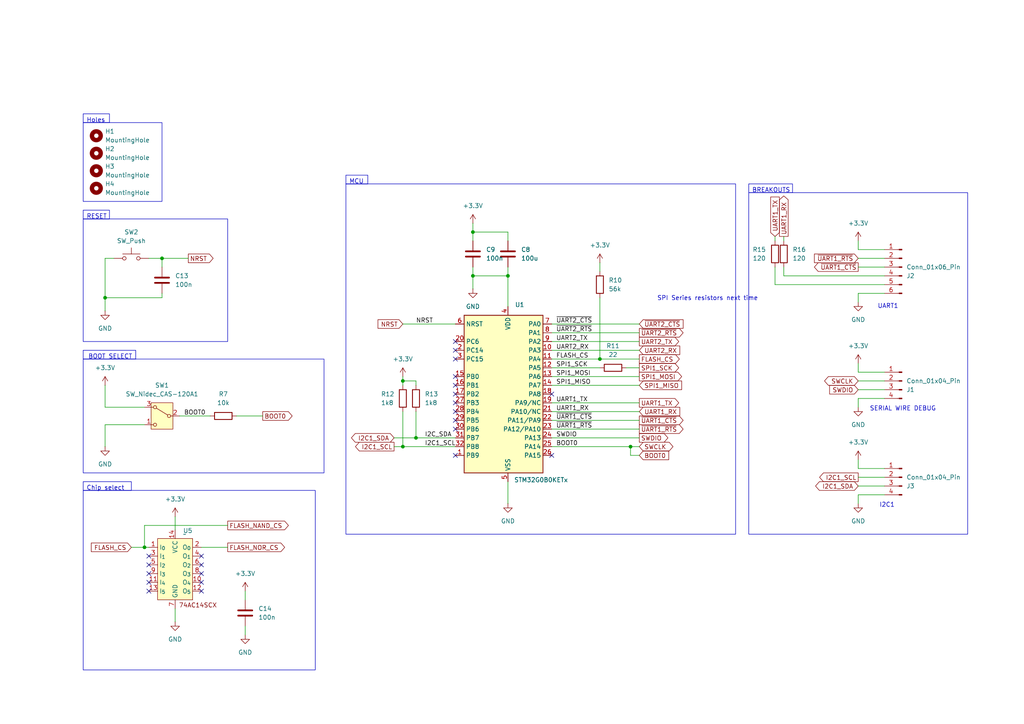
<source format=kicad_sch>
(kicad_sch
	(version 20231120)
	(generator "eeschema")
	(generator_version "8.0")
	(uuid "04159c8b-2a73-4fb1-bc53-6b92a0107e34")
	(paper "A4")
	(lib_symbols
		(symbol "Connector:Conn_01x04_Pin"
			(pin_names
				(offset 1.016) hide)
			(exclude_from_sim no)
			(in_bom yes)
			(on_board yes)
			(property "Reference" "J"
				(at 0 5.08 0)
				(effects
					(font
						(size 1.27 1.27)
					)
				)
			)
			(property "Value" "Conn_01x04_Pin"
				(at 0 -7.62 0)
				(effects
					(font
						(size 1.27 1.27)
					)
				)
			)
			(property "Footprint" ""
				(at 0 0 0)
				(effects
					(font
						(size 1.27 1.27)
					)
					(hide yes)
				)
			)
			(property "Datasheet" "~"
				(at 0 0 0)
				(effects
					(font
						(size 1.27 1.27)
					)
					(hide yes)
				)
			)
			(property "Description" "Generic connector, single row, 01x04, script generated"
				(at 0 0 0)
				(effects
					(font
						(size 1.27 1.27)
					)
					(hide yes)
				)
			)
			(property "ki_locked" ""
				(at 0 0 0)
				(effects
					(font
						(size 1.27 1.27)
					)
				)
			)
			(property "ki_keywords" "connector"
				(at 0 0 0)
				(effects
					(font
						(size 1.27 1.27)
					)
					(hide yes)
				)
			)
			(property "ki_fp_filters" "Connector*:*_1x??_*"
				(at 0 0 0)
				(effects
					(font
						(size 1.27 1.27)
					)
					(hide yes)
				)
			)
			(symbol "Conn_01x04_Pin_1_1"
				(polyline
					(pts
						(xy 1.27 -5.08) (xy 0.8636 -5.08)
					)
					(stroke
						(width 0.1524)
						(type default)
					)
					(fill
						(type none)
					)
				)
				(polyline
					(pts
						(xy 1.27 -2.54) (xy 0.8636 -2.54)
					)
					(stroke
						(width 0.1524)
						(type default)
					)
					(fill
						(type none)
					)
				)
				(polyline
					(pts
						(xy 1.27 0) (xy 0.8636 0)
					)
					(stroke
						(width 0.1524)
						(type default)
					)
					(fill
						(type none)
					)
				)
				(polyline
					(pts
						(xy 1.27 2.54) (xy 0.8636 2.54)
					)
					(stroke
						(width 0.1524)
						(type default)
					)
					(fill
						(type none)
					)
				)
				(rectangle
					(start 0.8636 -4.953)
					(end 0 -5.207)
					(stroke
						(width 0.1524)
						(type default)
					)
					(fill
						(type outline)
					)
				)
				(rectangle
					(start 0.8636 -2.413)
					(end 0 -2.667)
					(stroke
						(width 0.1524)
						(type default)
					)
					(fill
						(type outline)
					)
				)
				(rectangle
					(start 0.8636 0.127)
					(end 0 -0.127)
					(stroke
						(width 0.1524)
						(type default)
					)
					(fill
						(type outline)
					)
				)
				(rectangle
					(start 0.8636 2.667)
					(end 0 2.413)
					(stroke
						(width 0.1524)
						(type default)
					)
					(fill
						(type outline)
					)
				)
				(pin passive line
					(at 5.08 2.54 180)
					(length 3.81)
					(name "Pin_1"
						(effects
							(font
								(size 1.27 1.27)
							)
						)
					)
					(number "1"
						(effects
							(font
								(size 1.27 1.27)
							)
						)
					)
				)
				(pin passive line
					(at 5.08 0 180)
					(length 3.81)
					(name "Pin_2"
						(effects
							(font
								(size 1.27 1.27)
							)
						)
					)
					(number "2"
						(effects
							(font
								(size 1.27 1.27)
							)
						)
					)
				)
				(pin passive line
					(at 5.08 -2.54 180)
					(length 3.81)
					(name "Pin_3"
						(effects
							(font
								(size 1.27 1.27)
							)
						)
					)
					(number "3"
						(effects
							(font
								(size 1.27 1.27)
							)
						)
					)
				)
				(pin passive line
					(at 5.08 -5.08 180)
					(length 3.81)
					(name "Pin_4"
						(effects
							(font
								(size 1.27 1.27)
							)
						)
					)
					(number "4"
						(effects
							(font
								(size 1.27 1.27)
							)
						)
					)
				)
			)
		)
		(symbol "Connector:Conn_01x06_Pin"
			(pin_names
				(offset 1.016) hide)
			(exclude_from_sim no)
			(in_bom yes)
			(on_board yes)
			(property "Reference" "J"
				(at 0 7.62 0)
				(effects
					(font
						(size 1.27 1.27)
					)
				)
			)
			(property "Value" "Conn_01x06_Pin"
				(at 0 -10.16 0)
				(effects
					(font
						(size 1.27 1.27)
					)
				)
			)
			(property "Footprint" ""
				(at 0 0 0)
				(effects
					(font
						(size 1.27 1.27)
					)
					(hide yes)
				)
			)
			(property "Datasheet" "~"
				(at 0 0 0)
				(effects
					(font
						(size 1.27 1.27)
					)
					(hide yes)
				)
			)
			(property "Description" "Generic connector, single row, 01x06, script generated"
				(at 0 0 0)
				(effects
					(font
						(size 1.27 1.27)
					)
					(hide yes)
				)
			)
			(property "ki_locked" ""
				(at 0 0 0)
				(effects
					(font
						(size 1.27 1.27)
					)
				)
			)
			(property "ki_keywords" "connector"
				(at 0 0 0)
				(effects
					(font
						(size 1.27 1.27)
					)
					(hide yes)
				)
			)
			(property "ki_fp_filters" "Connector*:*_1x??_*"
				(at 0 0 0)
				(effects
					(font
						(size 1.27 1.27)
					)
					(hide yes)
				)
			)
			(symbol "Conn_01x06_Pin_1_1"
				(polyline
					(pts
						(xy 1.27 -7.62) (xy 0.8636 -7.62)
					)
					(stroke
						(width 0.1524)
						(type default)
					)
					(fill
						(type none)
					)
				)
				(polyline
					(pts
						(xy 1.27 -5.08) (xy 0.8636 -5.08)
					)
					(stroke
						(width 0.1524)
						(type default)
					)
					(fill
						(type none)
					)
				)
				(polyline
					(pts
						(xy 1.27 -2.54) (xy 0.8636 -2.54)
					)
					(stroke
						(width 0.1524)
						(type default)
					)
					(fill
						(type none)
					)
				)
				(polyline
					(pts
						(xy 1.27 0) (xy 0.8636 0)
					)
					(stroke
						(width 0.1524)
						(type default)
					)
					(fill
						(type none)
					)
				)
				(polyline
					(pts
						(xy 1.27 2.54) (xy 0.8636 2.54)
					)
					(stroke
						(width 0.1524)
						(type default)
					)
					(fill
						(type none)
					)
				)
				(polyline
					(pts
						(xy 1.27 5.08) (xy 0.8636 5.08)
					)
					(stroke
						(width 0.1524)
						(type default)
					)
					(fill
						(type none)
					)
				)
				(rectangle
					(start 0.8636 -7.493)
					(end 0 -7.747)
					(stroke
						(width 0.1524)
						(type default)
					)
					(fill
						(type outline)
					)
				)
				(rectangle
					(start 0.8636 -4.953)
					(end 0 -5.207)
					(stroke
						(width 0.1524)
						(type default)
					)
					(fill
						(type outline)
					)
				)
				(rectangle
					(start 0.8636 -2.413)
					(end 0 -2.667)
					(stroke
						(width 0.1524)
						(type default)
					)
					(fill
						(type outline)
					)
				)
				(rectangle
					(start 0.8636 0.127)
					(end 0 -0.127)
					(stroke
						(width 0.1524)
						(type default)
					)
					(fill
						(type outline)
					)
				)
				(rectangle
					(start 0.8636 2.667)
					(end 0 2.413)
					(stroke
						(width 0.1524)
						(type default)
					)
					(fill
						(type outline)
					)
				)
				(rectangle
					(start 0.8636 5.207)
					(end 0 4.953)
					(stroke
						(width 0.1524)
						(type default)
					)
					(fill
						(type outline)
					)
				)
				(pin passive line
					(at 5.08 5.08 180)
					(length 3.81)
					(name "Pin_1"
						(effects
							(font
								(size 1.27 1.27)
							)
						)
					)
					(number "1"
						(effects
							(font
								(size 1.27 1.27)
							)
						)
					)
				)
				(pin passive line
					(at 5.08 2.54 180)
					(length 3.81)
					(name "Pin_2"
						(effects
							(font
								(size 1.27 1.27)
							)
						)
					)
					(number "2"
						(effects
							(font
								(size 1.27 1.27)
							)
						)
					)
				)
				(pin passive line
					(at 5.08 0 180)
					(length 3.81)
					(name "Pin_3"
						(effects
							(font
								(size 1.27 1.27)
							)
						)
					)
					(number "3"
						(effects
							(font
								(size 1.27 1.27)
							)
						)
					)
				)
				(pin passive line
					(at 5.08 -2.54 180)
					(length 3.81)
					(name "Pin_4"
						(effects
							(font
								(size 1.27 1.27)
							)
						)
					)
					(number "4"
						(effects
							(font
								(size 1.27 1.27)
							)
						)
					)
				)
				(pin passive line
					(at 5.08 -5.08 180)
					(length 3.81)
					(name "Pin_5"
						(effects
							(font
								(size 1.27 1.27)
							)
						)
					)
					(number "5"
						(effects
							(font
								(size 1.27 1.27)
							)
						)
					)
				)
				(pin passive line
					(at 5.08 -7.62 180)
					(length 3.81)
					(name "Pin_6"
						(effects
							(font
								(size 1.27 1.27)
							)
						)
					)
					(number "6"
						(effects
							(font
								(size 1.27 1.27)
							)
						)
					)
				)
			)
		)
		(symbol "Device:C"
			(pin_numbers hide)
			(pin_names
				(offset 0.254)
			)
			(exclude_from_sim no)
			(in_bom yes)
			(on_board yes)
			(property "Reference" "C"
				(at 0.635 2.54 0)
				(effects
					(font
						(size 1.27 1.27)
					)
					(justify left)
				)
			)
			(property "Value" "C"
				(at 0.635 -2.54 0)
				(effects
					(font
						(size 1.27 1.27)
					)
					(justify left)
				)
			)
			(property "Footprint" ""
				(at 0.9652 -3.81 0)
				(effects
					(font
						(size 1.27 1.27)
					)
					(hide yes)
				)
			)
			(property "Datasheet" "~"
				(at 0 0 0)
				(effects
					(font
						(size 1.27 1.27)
					)
					(hide yes)
				)
			)
			(property "Description" "Unpolarized capacitor"
				(at 0 0 0)
				(effects
					(font
						(size 1.27 1.27)
					)
					(hide yes)
				)
			)
			(property "ki_keywords" "cap capacitor"
				(at 0 0 0)
				(effects
					(font
						(size 1.27 1.27)
					)
					(hide yes)
				)
			)
			(property "ki_fp_filters" "C_*"
				(at 0 0 0)
				(effects
					(font
						(size 1.27 1.27)
					)
					(hide yes)
				)
			)
			(symbol "C_0_1"
				(polyline
					(pts
						(xy -2.032 -0.762) (xy 2.032 -0.762)
					)
					(stroke
						(width 0.508)
						(type default)
					)
					(fill
						(type none)
					)
				)
				(polyline
					(pts
						(xy -2.032 0.762) (xy 2.032 0.762)
					)
					(stroke
						(width 0.508)
						(type default)
					)
					(fill
						(type none)
					)
				)
			)
			(symbol "C_1_1"
				(pin passive line
					(at 0 3.81 270)
					(length 2.794)
					(name "~"
						(effects
							(font
								(size 1.27 1.27)
							)
						)
					)
					(number "1"
						(effects
							(font
								(size 1.27 1.27)
							)
						)
					)
				)
				(pin passive line
					(at 0 -3.81 90)
					(length 2.794)
					(name "~"
						(effects
							(font
								(size 1.27 1.27)
							)
						)
					)
					(number "2"
						(effects
							(font
								(size 1.27 1.27)
							)
						)
					)
				)
			)
		)
		(symbol "Device:R"
			(pin_numbers hide)
			(pin_names
				(offset 0)
			)
			(exclude_from_sim no)
			(in_bom yes)
			(on_board yes)
			(property "Reference" "R"
				(at 2.032 0 90)
				(effects
					(font
						(size 1.27 1.27)
					)
				)
			)
			(property "Value" "R"
				(at 0 0 90)
				(effects
					(font
						(size 1.27 1.27)
					)
				)
			)
			(property "Footprint" ""
				(at -1.778 0 90)
				(effects
					(font
						(size 1.27 1.27)
					)
					(hide yes)
				)
			)
			(property "Datasheet" "~"
				(at 0 0 0)
				(effects
					(font
						(size 1.27 1.27)
					)
					(hide yes)
				)
			)
			(property "Description" "Resistor"
				(at 0 0 0)
				(effects
					(font
						(size 1.27 1.27)
					)
					(hide yes)
				)
			)
			(property "ki_keywords" "R res resistor"
				(at 0 0 0)
				(effects
					(font
						(size 1.27 1.27)
					)
					(hide yes)
				)
			)
			(property "ki_fp_filters" "R_*"
				(at 0 0 0)
				(effects
					(font
						(size 1.27 1.27)
					)
					(hide yes)
				)
			)
			(symbol "R_0_1"
				(rectangle
					(start -1.016 -2.54)
					(end 1.016 2.54)
					(stroke
						(width 0.254)
						(type default)
					)
					(fill
						(type none)
					)
				)
			)
			(symbol "R_1_1"
				(pin passive line
					(at 0 3.81 270)
					(length 1.27)
					(name "~"
						(effects
							(font
								(size 1.27 1.27)
							)
						)
					)
					(number "1"
						(effects
							(font
								(size 1.27 1.27)
							)
						)
					)
				)
				(pin passive line
					(at 0 -3.81 90)
					(length 1.27)
					(name "~"
						(effects
							(font
								(size 1.27 1.27)
							)
						)
					)
					(number "2"
						(effects
							(font
								(size 1.27 1.27)
							)
						)
					)
				)
			)
		)
		(symbol "MCU_ST_STM32G0:STM32G0B0KETx"
			(exclude_from_sim no)
			(in_bom yes)
			(on_board yes)
			(property "Reference" "U"
				(at -10.16 24.13 0)
				(effects
					(font
						(size 1.27 1.27)
					)
					(justify left)
				)
			)
			(property "Value" "STM32G0B0KETx"
				(at 5.08 24.13 0)
				(effects
					(font
						(size 1.27 1.27)
					)
					(justify left)
				)
			)
			(property "Footprint" "Package_QFP:LQFP-32_7x7mm_P0.8mm"
				(at -10.16 -22.86 0)
				(effects
					(font
						(size 1.27 1.27)
					)
					(justify right)
					(hide yes)
				)
			)
			(property "Datasheet" "https://www.st.com/resource/en/datasheet/stm32g0b0ke.pdf"
				(at 0 0 0)
				(effects
					(font
						(size 1.27 1.27)
					)
					(hide yes)
				)
			)
			(property "Description" "STMicroelectronics Arm Cortex-M0+ MCU, 512KB flash, 144KB RAM, 64 MHz, 2.0-3.6V, 29 GPIO, LQFP32"
				(at 0 0 0)
				(effects
					(font
						(size 1.27 1.27)
					)
					(hide yes)
				)
			)
			(property "ki_locked" ""
				(at 0 0 0)
				(effects
					(font
						(size 1.27 1.27)
					)
				)
			)
			(property "ki_keywords" "Arm Cortex-M0+ STM32G0 STM32G0x0 Value line"
				(at 0 0 0)
				(effects
					(font
						(size 1.27 1.27)
					)
					(hide yes)
				)
			)
			(property "ki_fp_filters" "LQFP*7x7mm*P0.8mm*"
				(at 0 0 0)
				(effects
					(font
						(size 1.27 1.27)
					)
					(hide yes)
				)
			)
			(symbol "STM32G0B0KETx_0_1"
				(rectangle
					(start -10.16 -22.86)
					(end 12.7 22.86)
					(stroke
						(width 0.254)
						(type default)
					)
					(fill
						(type background)
					)
				)
			)
			(symbol "STM32G0B0KETx_1_1"
				(pin bidirectional line
					(at -12.7 -17.78 0)
					(length 2.54)
					(name "PB9"
						(effects
							(font
								(size 1.27 1.27)
							)
						)
					)
					(number "1"
						(effects
							(font
								(size 1.27 1.27)
							)
						)
					)
					(alternate "I2C1_SDA" bidirectional line)
					(alternate "I2S2_WS" bidirectional line)
					(alternate "IR_OUT" bidirectional line)
					(alternate "SPI2_NSS" bidirectional line)
					(alternate "TIM17_CH1" bidirectional line)
					(alternate "TIM4_CH4" bidirectional line)
					(alternate "USART3_RX" bidirectional line)
					(alternate "USART6_RX" bidirectional line)
				)
				(pin bidirectional line
					(at 15.24 12.7 180)
					(length 2.54)
					(name "PA3"
						(effects
							(font
								(size 1.27 1.27)
							)
						)
					)
					(number "10"
						(effects
							(font
								(size 1.27 1.27)
							)
						)
					)
					(alternate "ADC1_IN3" bidirectional line)
					(alternate "I2S2_MCK" bidirectional line)
					(alternate "SPI2_MISO" bidirectional line)
					(alternate "TIM15_CH2" bidirectional line)
					(alternate "USART2_RX" bidirectional line)
				)
				(pin bidirectional line
					(at 15.24 10.16 180)
					(length 2.54)
					(name "PA4"
						(effects
							(font
								(size 1.27 1.27)
							)
						)
					)
					(number "11"
						(effects
							(font
								(size 1.27 1.27)
							)
						)
					)
					(alternate "ADC1_IN4" bidirectional line)
					(alternate "I2S1_WS" bidirectional line)
					(alternate "I2S2_SD" bidirectional line)
					(alternate "RTC_OUT1" bidirectional line)
					(alternate "RTC_TAMP_IN1" bidirectional line)
					(alternate "RTC_TS" bidirectional line)
					(alternate "SPI1_NSS" bidirectional line)
					(alternate "SPI2_MOSI" bidirectional line)
					(alternate "SPI3_NSS" bidirectional line)
					(alternate "SYS_WKUP2" bidirectional line)
					(alternate "TIM14_CH1" bidirectional line)
					(alternate "USART6_TX" bidirectional line)
				)
				(pin bidirectional line
					(at 15.24 7.62 180)
					(length 2.54)
					(name "PA5"
						(effects
							(font
								(size 1.27 1.27)
							)
						)
					)
					(number "12"
						(effects
							(font
								(size 1.27 1.27)
							)
						)
					)
					(alternate "ADC1_IN5" bidirectional line)
					(alternate "I2S1_CK" bidirectional line)
					(alternate "SPI1_SCK" bidirectional line)
					(alternate "USART3_TX" bidirectional line)
					(alternate "USART6_RX" bidirectional line)
				)
				(pin bidirectional line
					(at 15.24 5.08 180)
					(length 2.54)
					(name "PA6"
						(effects
							(font
								(size 1.27 1.27)
							)
						)
					)
					(number "13"
						(effects
							(font
								(size 1.27 1.27)
							)
						)
					)
					(alternate "ADC1_IN6" bidirectional line)
					(alternate "I2C2_SDA" bidirectional line)
					(alternate "I2C3_SDA" bidirectional line)
					(alternate "I2S1_MCK" bidirectional line)
					(alternate "SPI1_MISO" bidirectional line)
					(alternate "TIM16_CH1" bidirectional line)
					(alternate "TIM1_BK" bidirectional line)
					(alternate "TIM3_CH1" bidirectional line)
					(alternate "USART3_CTS" bidirectional line)
					(alternate "USART3_NSS" bidirectional line)
					(alternate "USART6_CTS" bidirectional line)
					(alternate "USART6_NSS" bidirectional line)
				)
				(pin bidirectional line
					(at 15.24 2.54 180)
					(length 2.54)
					(name "PA7"
						(effects
							(font
								(size 1.27 1.27)
							)
						)
					)
					(number "14"
						(effects
							(font
								(size 1.27 1.27)
							)
						)
					)
					(alternate "ADC1_IN7" bidirectional line)
					(alternate "I2C2_SCL" bidirectional line)
					(alternate "I2C3_SCL" bidirectional line)
					(alternate "I2S1_SD" bidirectional line)
					(alternate "SPI1_MOSI" bidirectional line)
					(alternate "TIM14_CH1" bidirectional line)
					(alternate "TIM17_CH1" bidirectional line)
					(alternate "TIM1_CH1N" bidirectional line)
					(alternate "TIM3_CH2" bidirectional line)
					(alternate "USART6_CK" bidirectional line)
					(alternate "USART6_DE" bidirectional line)
					(alternate "USART6_RTS" bidirectional line)
				)
				(pin bidirectional line
					(at -12.7 5.08 0)
					(length 2.54)
					(name "PB0"
						(effects
							(font
								(size 1.27 1.27)
							)
						)
					)
					(number "15"
						(effects
							(font
								(size 1.27 1.27)
							)
						)
					)
					(alternate "ADC1_IN8" bidirectional line)
					(alternate "I2S1_WS" bidirectional line)
					(alternate "SPI1_NSS" bidirectional line)
					(alternate "TIM1_CH2N" bidirectional line)
					(alternate "TIM3_CH3" bidirectional line)
					(alternate "USART3_RX" bidirectional line)
					(alternate "USART5_TX" bidirectional line)
				)
				(pin bidirectional line
					(at -12.7 2.54 0)
					(length 2.54)
					(name "PB1"
						(effects
							(font
								(size 1.27 1.27)
							)
						)
					)
					(number "16"
						(effects
							(font
								(size 1.27 1.27)
							)
						)
					)
					(alternate "ADC1_IN9" bidirectional line)
					(alternate "TIM14_CH1" bidirectional line)
					(alternate "TIM1_CH3N" bidirectional line)
					(alternate "TIM3_CH4" bidirectional line)
					(alternate "USART3_CK" bidirectional line)
					(alternate "USART3_DE" bidirectional line)
					(alternate "USART3_RTS" bidirectional line)
					(alternate "USART5_RX" bidirectional line)
				)
				(pin bidirectional line
					(at -12.7 0 0)
					(length 2.54)
					(name "PB2"
						(effects
							(font
								(size 1.27 1.27)
							)
						)
					)
					(number "17"
						(effects
							(font
								(size 1.27 1.27)
							)
						)
					)
					(alternate "ADC1_IN10" bidirectional line)
					(alternate "I2S2_MCK" bidirectional line)
					(alternate "RCC_MCO_2" bidirectional line)
					(alternate "SPI2_MISO" bidirectional line)
					(alternate "USART3_TX" bidirectional line)
				)
				(pin bidirectional line
					(at 15.24 0 180)
					(length 2.54)
					(name "PA8"
						(effects
							(font
								(size 1.27 1.27)
							)
						)
					)
					(number "18"
						(effects
							(font
								(size 1.27 1.27)
							)
						)
					)
					(alternate "CRS1_SYNC" bidirectional line)
					(alternate "I2C2_SMBA" bidirectional line)
					(alternate "I2S2_WS" bidirectional line)
					(alternate "RCC_MCO" bidirectional line)
					(alternate "SPI2_NSS" bidirectional line)
					(alternate "TIM1_CH1" bidirectional line)
				)
				(pin bidirectional line
					(at 15.24 -2.54 180)
					(length 2.54)
					(name "PA9/NC"
						(effects
							(font
								(size 1.27 1.27)
							)
						)
					)
					(number "19"
						(effects
							(font
								(size 1.27 1.27)
							)
						)
					)
					(alternate "I2C1_SCL" bidirectional line)
					(alternate "I2C2_SCL" bidirectional line)
					(alternate "I2S2_MCK" bidirectional line)
					(alternate "RCC_MCO" bidirectional line)
					(alternate "SPI2_MISO" bidirectional line)
					(alternate "TIM15_BK" bidirectional line)
					(alternate "TIM1_CH2" bidirectional line)
					(alternate "USART1_TX" bidirectional line)
				)
				(pin bidirectional line
					(at -12.7 12.7 0)
					(length 2.54)
					(name "PC14"
						(effects
							(font
								(size 1.27 1.27)
							)
						)
					)
					(number "2"
						(effects
							(font
								(size 1.27 1.27)
							)
						)
					)
					(alternate "RCC_OSC32_IN" bidirectional line)
					(alternate "RCC_OSC_IN" bidirectional line)
					(alternate "TIM1_BK2" bidirectional line)
				)
				(pin bidirectional line
					(at -12.7 15.24 0)
					(length 2.54)
					(name "PC6"
						(effects
							(font
								(size 1.27 1.27)
							)
						)
					)
					(number "20"
						(effects
							(font
								(size 1.27 1.27)
							)
						)
					)
					(alternate "TIM3_CH1" bidirectional line)
				)
				(pin bidirectional line
					(at 15.24 -5.08 180)
					(length 2.54)
					(name "PA10/NC"
						(effects
							(font
								(size 1.27 1.27)
							)
						)
					)
					(number "21"
						(effects
							(font
								(size 1.27 1.27)
							)
						)
					)
					(alternate "I2C1_SDA" bidirectional line)
					(alternate "I2C2_SDA" bidirectional line)
					(alternate "I2S2_SD" bidirectional line)
					(alternate "RCC_MCO_2" bidirectional line)
					(alternate "SPI2_MOSI" bidirectional line)
					(alternate "TIM17_BK" bidirectional line)
					(alternate "TIM1_CH3" bidirectional line)
					(alternate "USART1_RX" bidirectional line)
				)
				(pin bidirectional line
					(at 15.24 -7.62 180)
					(length 2.54)
					(name "PA11/PA9"
						(effects
							(font
								(size 1.27 1.27)
							)
						)
					)
					(number "22"
						(effects
							(font
								(size 1.27 1.27)
							)
						)
					)
					(alternate "ADC1_EXTI11" bidirectional line)
					(alternate "I2C2_SCL" bidirectional line)
					(alternate "I2S1_MCK" bidirectional line)
					(alternate "SPI1_MISO" bidirectional line)
					(alternate "TIM1_BK2" bidirectional line)
					(alternate "TIM1_CH4" bidirectional line)
					(alternate "USART1_CTS" bidirectional line)
					(alternate "USART1_NSS" bidirectional line)
				)
				(pin bidirectional line
					(at 15.24 -10.16 180)
					(length 2.54)
					(name "PA12/PA10"
						(effects
							(font
								(size 1.27 1.27)
							)
						)
					)
					(number "23"
						(effects
							(font
								(size 1.27 1.27)
							)
						)
					)
					(alternate "I2C2_SDA" bidirectional line)
					(alternate "I2S1_SD" bidirectional line)
					(alternate "I2S_CKIN" bidirectional line)
					(alternate "SPI1_MOSI" bidirectional line)
					(alternate "TIM1_ETR" bidirectional line)
					(alternate "USART1_CK" bidirectional line)
					(alternate "USART1_DE" bidirectional line)
					(alternate "USART1_RTS" bidirectional line)
				)
				(pin bidirectional line
					(at 15.24 -12.7 180)
					(length 2.54)
					(name "PA13"
						(effects
							(font
								(size 1.27 1.27)
							)
						)
					)
					(number "24"
						(effects
							(font
								(size 1.27 1.27)
							)
						)
					)
					(alternate "IR_OUT" bidirectional line)
					(alternate "SYS_SWDIO" bidirectional line)
				)
				(pin bidirectional line
					(at 15.24 -15.24 180)
					(length 2.54)
					(name "PA14"
						(effects
							(font
								(size 1.27 1.27)
							)
						)
					)
					(number "25"
						(effects
							(font
								(size 1.27 1.27)
							)
						)
					)
					(alternate "SYS_SWCLK" bidirectional line)
					(alternate "USART2_TX" bidirectional line)
				)
				(pin bidirectional line
					(at 15.24 -17.78 180)
					(length 2.54)
					(name "PA15"
						(effects
							(font
								(size 1.27 1.27)
							)
						)
					)
					(number "26"
						(effects
							(font
								(size 1.27 1.27)
							)
						)
					)
					(alternate "I2C2_SMBA" bidirectional line)
					(alternate "I2S1_WS" bidirectional line)
					(alternate "RCC_MCO_2" bidirectional line)
					(alternate "SPI1_NSS" bidirectional line)
					(alternate "SPI3_NSS" bidirectional line)
					(alternate "USART2_RX" bidirectional line)
					(alternate "USART3_CK" bidirectional line)
					(alternate "USART3_DE" bidirectional line)
					(alternate "USART3_RTS" bidirectional line)
					(alternate "USART4_CK" bidirectional line)
					(alternate "USART4_DE" bidirectional line)
					(alternate "USART4_RTS" bidirectional line)
				)
				(pin bidirectional line
					(at -12.7 -2.54 0)
					(length 2.54)
					(name "PB3"
						(effects
							(font
								(size 1.27 1.27)
							)
						)
					)
					(number "27"
						(effects
							(font
								(size 1.27 1.27)
							)
						)
					)
					(alternate "I2C2_SCL" bidirectional line)
					(alternate "I2C3_SCL" bidirectional line)
					(alternate "I2S1_CK" bidirectional line)
					(alternate "SPI1_SCK" bidirectional line)
					(alternate "SPI3_SCK" bidirectional line)
					(alternate "TIM1_CH2" bidirectional line)
					(alternate "USART1_CK" bidirectional line)
					(alternate "USART1_DE" bidirectional line)
					(alternate "USART1_RTS" bidirectional line)
					(alternate "USART5_TX" bidirectional line)
				)
				(pin bidirectional line
					(at -12.7 -5.08 0)
					(length 2.54)
					(name "PB4"
						(effects
							(font
								(size 1.27 1.27)
							)
						)
					)
					(number "28"
						(effects
							(font
								(size 1.27 1.27)
							)
						)
					)
					(alternate "I2C2_SDA" bidirectional line)
					(alternate "I2C3_SDA" bidirectional line)
					(alternate "I2S1_MCK" bidirectional line)
					(alternate "SPI1_MISO" bidirectional line)
					(alternate "SPI3_MISO" bidirectional line)
					(alternate "TIM17_BK" bidirectional line)
					(alternate "TIM3_CH1" bidirectional line)
					(alternate "USART1_CTS" bidirectional line)
					(alternate "USART1_NSS" bidirectional line)
					(alternate "USART5_RX" bidirectional line)
				)
				(pin bidirectional line
					(at -12.7 -7.62 0)
					(length 2.54)
					(name "PB5"
						(effects
							(font
								(size 1.27 1.27)
							)
						)
					)
					(number "29"
						(effects
							(font
								(size 1.27 1.27)
							)
						)
					)
					(alternate "I2C1_SMBA" bidirectional line)
					(alternate "I2S1_SD" bidirectional line)
					(alternate "SPI1_MOSI" bidirectional line)
					(alternate "SPI3_MOSI" bidirectional line)
					(alternate "SYS_WKUP6" bidirectional line)
					(alternate "TIM16_BK" bidirectional line)
					(alternate "TIM3_CH2" bidirectional line)
					(alternate "USART5_CK" bidirectional line)
					(alternate "USART5_DE" bidirectional line)
					(alternate "USART5_RTS" bidirectional line)
				)
				(pin bidirectional line
					(at -12.7 10.16 0)
					(length 2.54)
					(name "PC15"
						(effects
							(font
								(size 1.27 1.27)
							)
						)
					)
					(number "3"
						(effects
							(font
								(size 1.27 1.27)
							)
						)
					)
					(alternate "RCC_OSC32_EN" bidirectional line)
					(alternate "RCC_OSC32_OUT" bidirectional line)
					(alternate "RCC_OSC_EN" bidirectional line)
					(alternate "TIM15_BK" bidirectional line)
				)
				(pin bidirectional line
					(at -12.7 -10.16 0)
					(length 2.54)
					(name "PB6"
						(effects
							(font
								(size 1.27 1.27)
							)
						)
					)
					(number "30"
						(effects
							(font
								(size 1.27 1.27)
							)
						)
					)
					(alternate "I2C1_SCL" bidirectional line)
					(alternate "I2S2_MCK" bidirectional line)
					(alternate "SPI2_MISO" bidirectional line)
					(alternate "TIM16_CH1N" bidirectional line)
					(alternate "TIM1_CH3" bidirectional line)
					(alternate "TIM4_CH1" bidirectional line)
					(alternate "USART1_TX" bidirectional line)
					(alternate "USART5_CTS" bidirectional line)
					(alternate "USART5_NSS" bidirectional line)
				)
				(pin bidirectional line
					(at -12.7 -12.7 0)
					(length 2.54)
					(name "PB7"
						(effects
							(font
								(size 1.27 1.27)
							)
						)
					)
					(number "31"
						(effects
							(font
								(size 1.27 1.27)
							)
						)
					)
					(alternate "I2C1_SDA" bidirectional line)
					(alternate "I2S2_SD" bidirectional line)
					(alternate "SPI2_MOSI" bidirectional line)
					(alternate "TIM17_CH1N" bidirectional line)
					(alternate "TIM4_CH2" bidirectional line)
					(alternate "USART1_RX" bidirectional line)
					(alternate "USART4_CTS" bidirectional line)
					(alternate "USART4_NSS" bidirectional line)
				)
				(pin bidirectional line
					(at -12.7 -15.24 0)
					(length 2.54)
					(name "PB8"
						(effects
							(font
								(size 1.27 1.27)
							)
						)
					)
					(number "32"
						(effects
							(font
								(size 1.27 1.27)
							)
						)
					)
					(alternate "I2C1_SCL" bidirectional line)
					(alternate "I2S2_CK" bidirectional line)
					(alternate "SPI2_SCK" bidirectional line)
					(alternate "TIM15_BK" bidirectional line)
					(alternate "TIM16_CH1" bidirectional line)
					(alternate "TIM4_CH3" bidirectional line)
					(alternate "USART3_TX" bidirectional line)
					(alternate "USART6_TX" bidirectional line)
				)
				(pin power_in line
					(at 2.54 25.4 270)
					(length 2.54)
					(name "VDD"
						(effects
							(font
								(size 1.27 1.27)
							)
						)
					)
					(number "4"
						(effects
							(font
								(size 1.27 1.27)
							)
						)
					)
				)
				(pin power_in line
					(at 2.54 -25.4 90)
					(length 2.54)
					(name "VSS"
						(effects
							(font
								(size 1.27 1.27)
							)
						)
					)
					(number "5"
						(effects
							(font
								(size 1.27 1.27)
							)
						)
					)
				)
				(pin input line
					(at -12.7 20.32 0)
					(length 2.54)
					(name "NRST"
						(effects
							(font
								(size 1.27 1.27)
							)
						)
					)
					(number "6"
						(effects
							(font
								(size 1.27 1.27)
							)
						)
					)
				)
				(pin bidirectional line
					(at 15.24 20.32 180)
					(length 2.54)
					(name "PA0"
						(effects
							(font
								(size 1.27 1.27)
							)
						)
					)
					(number "7"
						(effects
							(font
								(size 1.27 1.27)
							)
						)
					)
					(alternate "ADC1_IN0" bidirectional line)
					(alternate "I2S2_CK" bidirectional line)
					(alternate "RTC_TAMP_IN2" bidirectional line)
					(alternate "SPI2_SCK" bidirectional line)
					(alternate "SYS_WKUP1" bidirectional line)
					(alternate "USART2_CTS" bidirectional line)
					(alternate "USART2_NSS" bidirectional line)
					(alternate "USART4_TX" bidirectional line)
				)
				(pin bidirectional line
					(at 15.24 17.78 180)
					(length 2.54)
					(name "PA1"
						(effects
							(font
								(size 1.27 1.27)
							)
						)
					)
					(number "8"
						(effects
							(font
								(size 1.27 1.27)
							)
						)
					)
					(alternate "ADC1_IN1" bidirectional line)
					(alternate "I2C1_SMBA" bidirectional line)
					(alternate "I2S1_CK" bidirectional line)
					(alternate "SPI1_SCK" bidirectional line)
					(alternate "TIM15_CH1N" bidirectional line)
					(alternate "USART2_CK" bidirectional line)
					(alternate "USART2_DE" bidirectional line)
					(alternate "USART2_RTS" bidirectional line)
					(alternate "USART4_RX" bidirectional line)
				)
				(pin bidirectional line
					(at 15.24 15.24 180)
					(length 2.54)
					(name "PA2"
						(effects
							(font
								(size 1.27 1.27)
							)
						)
					)
					(number "9"
						(effects
							(font
								(size 1.27 1.27)
							)
						)
					)
					(alternate "ADC1_IN2" bidirectional line)
					(alternate "I2S1_SD" bidirectional line)
					(alternate "RCC_LSCO" bidirectional line)
					(alternate "SPI1_MOSI" bidirectional line)
					(alternate "SYS_WKUP4" bidirectional line)
					(alternate "TIM15_CH1" bidirectional line)
					(alternate "USART2_TX" bidirectional line)
				)
			)
		)
		(symbol "Mechanical:MountingHole"
			(pin_names
				(offset 1.016)
			)
			(exclude_from_sim yes)
			(in_bom no)
			(on_board yes)
			(property "Reference" "H"
				(at 0 5.08 0)
				(effects
					(font
						(size 1.27 1.27)
					)
				)
			)
			(property "Value" "MountingHole"
				(at 0 3.175 0)
				(effects
					(font
						(size 1.27 1.27)
					)
				)
			)
			(property "Footprint" ""
				(at 0 0 0)
				(effects
					(font
						(size 1.27 1.27)
					)
					(hide yes)
				)
			)
			(property "Datasheet" "~"
				(at 0 0 0)
				(effects
					(font
						(size 1.27 1.27)
					)
					(hide yes)
				)
			)
			(property "Description" "Mounting Hole without connection"
				(at 0 0 0)
				(effects
					(font
						(size 1.27 1.27)
					)
					(hide yes)
				)
			)
			(property "ki_keywords" "mounting hole"
				(at 0 0 0)
				(effects
					(font
						(size 1.27 1.27)
					)
					(hide yes)
				)
			)
			(property "ki_fp_filters" "MountingHole*"
				(at 0 0 0)
				(effects
					(font
						(size 1.27 1.27)
					)
					(hide yes)
				)
			)
			(symbol "MountingHole_0_1"
				(circle
					(center 0 0)
					(radius 1.27)
					(stroke
						(width 1.27)
						(type default)
					)
					(fill
						(type none)
					)
				)
			)
		)
		(symbol "Switch:SW_Nidec_CAS-120A1"
			(pin_names
				(offset 1) hide)
			(exclude_from_sim no)
			(in_bom yes)
			(on_board yes)
			(property "Reference" "SW"
				(at 0 4.318 0)
				(effects
					(font
						(size 1.27 1.27)
					)
				)
			)
			(property "Value" "SW_Nidec_CAS-120A1"
				(at 0 -5.08 0)
				(effects
					(font
						(size 1.27 1.27)
					)
				)
			)
			(property "Footprint" "Button_Switch_SMD:Nidec_Copal_CAS-120A"
				(at 0 -10.16 0)
				(effects
					(font
						(size 1.27 1.27)
					)
					(hide yes)
				)
			)
			(property "Datasheet" "https://www.nidec-components.com/e/catalog/switch/cas.pdf"
				(at 0 -7.62 0)
				(effects
					(font
						(size 1.27 1.27)
					)
					(hide yes)
				)
			)
			(property "Description" "Switch, single pole double throw"
				(at 0 0 0)
				(effects
					(font
						(size 1.27 1.27)
					)
					(hide yes)
				)
			)
			(property "ki_keywords" "switch single-pole double-throw spdt ON-ON"
				(at 0 0 0)
				(effects
					(font
						(size 1.27 1.27)
					)
					(hide yes)
				)
			)
			(property "ki_fp_filters" "*Nidec?Copal?CAS?120A*"
				(at 0 0 0)
				(effects
					(font
						(size 1.27 1.27)
					)
					(hide yes)
				)
			)
			(symbol "SW_Nidec_CAS-120A1_0_1"
				(circle
					(center -2.032 0)
					(radius 0.4572)
					(stroke
						(width 0)
						(type default)
					)
					(fill
						(type none)
					)
				)
				(polyline
					(pts
						(xy -1.651 0.254) (xy 1.651 2.286)
					)
					(stroke
						(width 0)
						(type default)
					)
					(fill
						(type none)
					)
				)
				(circle
					(center 2.032 -2.54)
					(radius 0.4572)
					(stroke
						(width 0)
						(type default)
					)
					(fill
						(type none)
					)
				)
				(circle
					(center 2.032 2.54)
					(radius 0.4572)
					(stroke
						(width 0)
						(type default)
					)
					(fill
						(type none)
					)
				)
			)
			(symbol "SW_Nidec_CAS-120A1_1_1"
				(rectangle
					(start -3.175 3.81)
					(end 3.175 -3.81)
					(stroke
						(width 0)
						(type default)
					)
					(fill
						(type background)
					)
				)
				(pin passive line
					(at 5.08 -2.54 180)
					(length 2.54)
					(name "C"
						(effects
							(font
								(size 1.27 1.27)
							)
						)
					)
					(number "1"
						(effects
							(font
								(size 1.27 1.27)
							)
						)
					)
				)
				(pin passive line
					(at -5.08 0 0)
					(length 2.54)
					(name "B"
						(effects
							(font
								(size 1.27 1.27)
							)
						)
					)
					(number "2"
						(effects
							(font
								(size 1.27 1.27)
							)
						)
					)
				)
				(pin passive line
					(at 5.08 2.54 180)
					(length 2.54)
					(name "A"
						(effects
							(font
								(size 1.27 1.27)
							)
						)
					)
					(number "3"
						(effects
							(font
								(size 1.27 1.27)
							)
						)
					)
				)
			)
		)
		(symbol "Switch:SW_Push"
			(pin_numbers hide)
			(pin_names
				(offset 1.016) hide)
			(exclude_from_sim no)
			(in_bom yes)
			(on_board yes)
			(property "Reference" "SW"
				(at 1.27 2.54 0)
				(effects
					(font
						(size 1.27 1.27)
					)
					(justify left)
				)
			)
			(property "Value" "SW_Push"
				(at 0 -1.524 0)
				(effects
					(font
						(size 1.27 1.27)
					)
				)
			)
			(property "Footprint" ""
				(at 0 5.08 0)
				(effects
					(font
						(size 1.27 1.27)
					)
					(hide yes)
				)
			)
			(property "Datasheet" "~"
				(at 0 5.08 0)
				(effects
					(font
						(size 1.27 1.27)
					)
					(hide yes)
				)
			)
			(property "Description" "Push button switch, generic, two pins"
				(at 0 0 0)
				(effects
					(font
						(size 1.27 1.27)
					)
					(hide yes)
				)
			)
			(property "ki_keywords" "switch normally-open pushbutton push-button"
				(at 0 0 0)
				(effects
					(font
						(size 1.27 1.27)
					)
					(hide yes)
				)
			)
			(symbol "SW_Push_0_1"
				(circle
					(center -2.032 0)
					(radius 0.508)
					(stroke
						(width 0)
						(type default)
					)
					(fill
						(type none)
					)
				)
				(polyline
					(pts
						(xy 0 1.27) (xy 0 3.048)
					)
					(stroke
						(width 0)
						(type default)
					)
					(fill
						(type none)
					)
				)
				(polyline
					(pts
						(xy 2.54 1.27) (xy -2.54 1.27)
					)
					(stroke
						(width 0)
						(type default)
					)
					(fill
						(type none)
					)
				)
				(circle
					(center 2.032 0)
					(radius 0.508)
					(stroke
						(width 0)
						(type default)
					)
					(fill
						(type none)
					)
				)
				(pin passive line
					(at -5.08 0 0)
					(length 2.54)
					(name "1"
						(effects
							(font
								(size 1.27 1.27)
							)
						)
					)
					(number "1"
						(effects
							(font
								(size 1.27 1.27)
							)
						)
					)
				)
				(pin passive line
					(at 5.08 0 180)
					(length 2.54)
					(name "2"
						(effects
							(font
								(size 1.27 1.27)
							)
						)
					)
					(number "2"
						(effects
							(font
								(size 1.27 1.27)
							)
						)
					)
				)
			)
		)
		(symbol "custom:74AC14SCX"
			(exclude_from_sim no)
			(in_bom yes)
			(on_board yes)
			(property "Reference" "U"
				(at 0 0 0)
				(effects
					(font
						(size 1.27 1.27)
					)
				)
			)
			(property "Value" ""
				(at 0 0 0)
				(effects
					(font
						(size 1.27 1.27)
					)
				)
			)
			(property "Footprint" ""
				(at 0 0 0)
				(effects
					(font
						(size 1.27 1.27)
					)
					(hide yes)
				)
			)
			(property "Datasheet" ""
				(at 0 0 0)
				(effects
					(font
						(size 1.27 1.27)
					)
					(hide yes)
				)
			)
			(property "Description" ""
				(at 0 0 0)
				(effects
					(font
						(size 1.27 1.27)
					)
					(hide yes)
				)
			)
			(symbol "74AC14SCX_1_1"
				(rectangle
					(start -5.08 8.89)
					(end 5.08 -8.89)
					(stroke
						(width 0)
						(type default)
					)
					(fill
						(type background)
					)
				)
				(text "74AC14SCX"
					(at 6.604 -10.414 0)
					(effects
						(font
							(size 1.27 1.27)
						)
					)
				)
				(pin input line
					(at -7.62 6.35 0)
					(length 2.54)
					(name "I_{0}"
						(effects
							(font
								(size 1.27 1.27)
							)
						)
					)
					(number "1"
						(effects
							(font
								(size 1.27 1.27)
							)
						)
					)
				)
				(pin output line
					(at 7.62 -3.81 180)
					(length 2.54)
					(name "O_{4}"
						(effects
							(font
								(size 1.27 1.27)
							)
						)
					)
					(number "10"
						(effects
							(font
								(size 1.27 1.27)
							)
						)
					)
				)
				(pin input line
					(at -7.62 -3.81 0)
					(length 2.54)
					(name "I_{4}"
						(effects
							(font
								(size 1.27 1.27)
							)
						)
					)
					(number "11"
						(effects
							(font
								(size 1.27 1.27)
							)
						)
					)
				)
				(pin output line
					(at 7.62 -6.35 180)
					(length 2.54)
					(name "O_{5}"
						(effects
							(font
								(size 1.27 1.27)
							)
						)
					)
					(number "12"
						(effects
							(font
								(size 1.27 1.27)
							)
						)
					)
				)
				(pin input line
					(at -7.62 -6.35 0)
					(length 2.54)
					(name "I_{5}"
						(effects
							(font
								(size 1.27 1.27)
							)
						)
					)
					(number "13"
						(effects
							(font
								(size 1.27 1.27)
							)
						)
					)
				)
				(pin power_in line
					(at 0 11.43 270)
					(length 2.54)
					(name "VCC"
						(effects
							(font
								(size 1.27 1.27)
							)
						)
					)
					(number "14"
						(effects
							(font
								(size 1.27 1.27)
							)
						)
					)
				)
				(pin output line
					(at 7.62 6.35 180)
					(length 2.54)
					(name "O_{0}"
						(effects
							(font
								(size 1.27 1.27)
							)
						)
					)
					(number "2"
						(effects
							(font
								(size 1.27 1.27)
							)
						)
					)
				)
				(pin input line
					(at -7.62 3.81 0)
					(length 2.54)
					(name "I_{1}"
						(effects
							(font
								(size 1.27 1.27)
							)
						)
					)
					(number "3"
						(effects
							(font
								(size 1.27 1.27)
							)
						)
					)
				)
				(pin output line
					(at 7.62 3.81 180)
					(length 2.54)
					(name "O_{1}"
						(effects
							(font
								(size 1.27 1.27)
							)
						)
					)
					(number "4"
						(effects
							(font
								(size 1.27 1.27)
							)
						)
					)
				)
				(pin input line
					(at -7.62 1.27 0)
					(length 2.54)
					(name "I_{2}"
						(effects
							(font
								(size 1.27 1.27)
							)
						)
					)
					(number "5"
						(effects
							(font
								(size 1.27 1.27)
							)
						)
					)
				)
				(pin output line
					(at 7.62 1.27 180)
					(length 2.54)
					(name "O_{2}"
						(effects
							(font
								(size 1.27 1.27)
							)
						)
					)
					(number "6"
						(effects
							(font
								(size 1.27 1.27)
							)
						)
					)
				)
				(pin power_in line
					(at 0 -11.43 90)
					(length 2.54)
					(name "GND"
						(effects
							(font
								(size 1.27 1.27)
							)
						)
					)
					(number "7"
						(effects
							(font
								(size 1.27 1.27)
							)
						)
					)
				)
				(pin output line
					(at 7.62 -1.27 180)
					(length 2.54)
					(name "O_{3}"
						(effects
							(font
								(size 1.27 1.27)
							)
						)
					)
					(number "8"
						(effects
							(font
								(size 1.27 1.27)
							)
						)
					)
				)
				(pin input line
					(at -7.62 -1.27 0)
					(length 2.54)
					(name "I_{3}"
						(effects
							(font
								(size 1.27 1.27)
							)
						)
					)
					(number "9"
						(effects
							(font
								(size 1.27 1.27)
							)
						)
					)
				)
			)
		)
		(symbol "power:+3.3V"
			(power)
			(pin_numbers hide)
			(pin_names
				(offset 0) hide)
			(exclude_from_sim no)
			(in_bom yes)
			(on_board yes)
			(property "Reference" "#PWR"
				(at 0 -3.81 0)
				(effects
					(font
						(size 1.27 1.27)
					)
					(hide yes)
				)
			)
			(property "Value" "+3.3V"
				(at 0 3.556 0)
				(effects
					(font
						(size 1.27 1.27)
					)
				)
			)
			(property "Footprint" ""
				(at 0 0 0)
				(effects
					(font
						(size 1.27 1.27)
					)
					(hide yes)
				)
			)
			(property "Datasheet" ""
				(at 0 0 0)
				(effects
					(font
						(size 1.27 1.27)
					)
					(hide yes)
				)
			)
			(property "Description" "Power symbol creates a global label with name \"+3.3V\""
				(at 0 0 0)
				(effects
					(font
						(size 1.27 1.27)
					)
					(hide yes)
				)
			)
			(property "ki_keywords" "global power"
				(at 0 0 0)
				(effects
					(font
						(size 1.27 1.27)
					)
					(hide yes)
				)
			)
			(symbol "+3.3V_0_1"
				(polyline
					(pts
						(xy -0.762 1.27) (xy 0 2.54)
					)
					(stroke
						(width 0)
						(type default)
					)
					(fill
						(type none)
					)
				)
				(polyline
					(pts
						(xy 0 0) (xy 0 2.54)
					)
					(stroke
						(width 0)
						(type default)
					)
					(fill
						(type none)
					)
				)
				(polyline
					(pts
						(xy 0 2.54) (xy 0.762 1.27)
					)
					(stroke
						(width 0)
						(type default)
					)
					(fill
						(type none)
					)
				)
			)
			(symbol "+3.3V_1_1"
				(pin power_in line
					(at 0 0 90)
					(length 0)
					(name "~"
						(effects
							(font
								(size 1.27 1.27)
							)
						)
					)
					(number "1"
						(effects
							(font
								(size 1.27 1.27)
							)
						)
					)
				)
			)
		)
		(symbol "power:GND"
			(power)
			(pin_numbers hide)
			(pin_names
				(offset 0) hide)
			(exclude_from_sim no)
			(in_bom yes)
			(on_board yes)
			(property "Reference" "#PWR"
				(at 0 -6.35 0)
				(effects
					(font
						(size 1.27 1.27)
					)
					(hide yes)
				)
			)
			(property "Value" "GND"
				(at 0 -3.81 0)
				(effects
					(font
						(size 1.27 1.27)
					)
				)
			)
			(property "Footprint" ""
				(at 0 0 0)
				(effects
					(font
						(size 1.27 1.27)
					)
					(hide yes)
				)
			)
			(property "Datasheet" ""
				(at 0 0 0)
				(effects
					(font
						(size 1.27 1.27)
					)
					(hide yes)
				)
			)
			(property "Description" "Power symbol creates a global label with name \"GND\" , ground"
				(at 0 0 0)
				(effects
					(font
						(size 1.27 1.27)
					)
					(hide yes)
				)
			)
			(property "ki_keywords" "global power"
				(at 0 0 0)
				(effects
					(font
						(size 1.27 1.27)
					)
					(hide yes)
				)
			)
			(symbol "GND_0_1"
				(polyline
					(pts
						(xy 0 0) (xy 0 -1.27) (xy 1.27 -1.27) (xy 0 -2.54) (xy -1.27 -1.27) (xy 0 -1.27)
					)
					(stroke
						(width 0)
						(type default)
					)
					(fill
						(type none)
					)
				)
			)
			(symbol "GND_1_1"
				(pin power_in line
					(at 0 0 270)
					(length 0)
					(name "~"
						(effects
							(font
								(size 1.27 1.27)
							)
						)
					)
					(number "1"
						(effects
							(font
								(size 1.27 1.27)
							)
						)
					)
				)
			)
		)
	)
	(junction
		(at 30.48 86.36)
		(diameter 0)
		(color 0 0 0 0)
		(uuid "19512aad-fcd9-4253-a01e-bc5eb22e8809")
	)
	(junction
		(at 137.16 80.01)
		(diameter 0)
		(color 0 0 0 0)
		(uuid "4e0cc4a5-77ff-4150-a1f6-0bb851369086")
	)
	(junction
		(at 137.16 67.31)
		(diameter 0)
		(color 0 0 0 0)
		(uuid "553698d3-b26a-4a9b-9e73-23d4483c9685")
	)
	(junction
		(at 173.99 104.14)
		(diameter 0)
		(color 0 0 0 0)
		(uuid "75a6b629-8cd0-42dd-bb24-575cc225494c")
	)
	(junction
		(at 116.84 110.49)
		(diameter 0)
		(color 0 0 0 0)
		(uuid "806fe8cd-7561-48de-aa12-422e23bf92fb")
	)
	(junction
		(at 41.91 158.75)
		(diameter 0)
		(color 0 0 0 0)
		(uuid "948e7f1a-3103-49ba-b178-9483ad637368")
	)
	(junction
		(at 120.65 127)
		(diameter 0)
		(color 0 0 0 0)
		(uuid "c8e27a14-8b8c-4968-9110-a19ace7dc72b")
	)
	(junction
		(at 46.99 74.93)
		(diameter 0)
		(color 0 0 0 0)
		(uuid "d3372dad-e6c4-44cd-8e20-af9e0cb38038")
	)
	(junction
		(at 182.88 129.54)
		(diameter 0)
		(color 0 0 0 0)
		(uuid "d3434ab3-cd5a-4c97-b2d0-53c436fe3e2d")
	)
	(junction
		(at 147.32 80.01)
		(diameter 0)
		(color 0 0 0 0)
		(uuid "ef0d7285-bc8a-4d8c-925d-0397087fa418")
	)
	(junction
		(at 116.84 129.54)
		(diameter 0)
		(color 0 0 0 0)
		(uuid "fdf9dae0-4ecf-4b6d-a744-a66c662011f2")
	)
	(no_connect
		(at 132.08 132.08)
		(uuid "08cf0409-29c1-4f15-96ed-6cda267a539c")
	)
	(no_connect
		(at 58.42 168.91)
		(uuid "0e54e1f9-7248-4f93-80ad-1c737b332f25")
	)
	(no_connect
		(at 132.08 121.92)
		(uuid "278780c6-0765-4697-9790-8c86206a1fb8")
	)
	(no_connect
		(at 43.18 163.83)
		(uuid "2c5d7b70-d940-432b-bec2-d252cb50391a")
	)
	(no_connect
		(at 58.42 163.83)
		(uuid "3f876797-c30f-4c57-bb47-8a4038c13482")
	)
	(no_connect
		(at 58.42 171.45)
		(uuid "4afdfb96-60c0-4946-b753-9972d2c08673")
	)
	(no_connect
		(at 132.08 124.46)
		(uuid "4d59c714-5873-4af1-add3-e8d3d03f60a1")
	)
	(no_connect
		(at 132.08 116.84)
		(uuid "6b605d50-d554-4e20-bc86-094a37505449")
	)
	(no_connect
		(at 43.18 168.91)
		(uuid "6d6a7eaf-1bf5-4f66-b06b-d2b8624dab0d")
	)
	(no_connect
		(at 58.42 166.37)
		(uuid "76ed13e9-5620-4172-a454-4ce609e436fe")
	)
	(no_connect
		(at 132.08 119.38)
		(uuid "8477315c-e967-4123-9191-a1e702a9793a")
	)
	(no_connect
		(at 160.02 132.08)
		(uuid "867f2b89-6e0f-4f14-8b30-b4c9274c6bdd")
	)
	(no_connect
		(at 132.08 101.6)
		(uuid "952bdb04-0cc4-4bfa-83f4-4526998e18bd")
	)
	(no_connect
		(at 43.18 166.37)
		(uuid "a2e5a164-a6e2-4275-952a-e96d75c75ae3")
	)
	(no_connect
		(at 132.08 99.06)
		(uuid "a7b6902d-24a5-4e5d-9ecd-8d30663ce799")
	)
	(no_connect
		(at 132.08 114.3)
		(uuid "afd35110-3699-4bd7-adbf-cc9be3f9c6d2")
	)
	(no_connect
		(at 132.08 109.22)
		(uuid "bc6d3eff-185c-41fc-908b-5739bf60fd58")
	)
	(no_connect
		(at 160.02 114.3)
		(uuid "caa81f8e-f400-4453-b3ce-6cb7596a43bb")
	)
	(no_connect
		(at 43.18 171.45)
		(uuid "d8872cc3-f962-4fd4-a063-485218d1c328")
	)
	(no_connect
		(at 132.08 111.76)
		(uuid "f342813d-5850-4a1e-8c0f-35584181bdc2")
	)
	(no_connect
		(at 58.42 161.29)
		(uuid "f34f47eb-5fd5-44a6-b462-ea68d36d66ad")
	)
	(no_connect
		(at 43.18 161.29)
		(uuid "f50e6724-464c-4f5b-a087-9e29d2f39bbc")
	)
	(no_connect
		(at 132.08 104.14)
		(uuid "f951e12c-2011-428a-822a-56b8f571696c")
	)
	(wire
		(pts
			(xy 46.99 74.93) (xy 43.18 74.93)
		)
		(stroke
			(width 0)
			(type default)
		)
		(uuid "00623364-c9b9-467f-b754-2a5d0a63af47")
	)
	(wire
		(pts
			(xy 248.92 69.85) (xy 248.92 72.39)
		)
		(stroke
			(width 0)
			(type default)
		)
		(uuid "0b7e54bb-c13d-4756-8e90-9a1bc58611d3")
	)
	(wire
		(pts
			(xy 46.99 85.09) (xy 46.99 86.36)
		)
		(stroke
			(width 0)
			(type default)
		)
		(uuid "0c150a77-72c7-493b-a347-b6b24fc7542a")
	)
	(wire
		(pts
			(xy 30.48 86.36) (xy 46.99 86.36)
		)
		(stroke
			(width 0)
			(type default)
		)
		(uuid "11e53fb4-2f10-4646-a989-751183a5478c")
	)
	(wire
		(pts
			(xy 227.33 77.47) (xy 227.33 80.01)
		)
		(stroke
			(width 0)
			(type default)
		)
		(uuid "1242743d-cf53-42a5-93ff-6216951a6a72")
	)
	(wire
		(pts
			(xy 30.48 74.93) (xy 33.02 74.93)
		)
		(stroke
			(width 0)
			(type default)
		)
		(uuid "14c95412-cf4d-4bab-be33-3be85cf05946")
	)
	(wire
		(pts
			(xy 227.33 68.58) (xy 227.33 69.85)
		)
		(stroke
			(width 0)
			(type default)
		)
		(uuid "1719641f-588c-4d58-9bbe-cc1bbfa61b94")
	)
	(wire
		(pts
			(xy 248.92 135.89) (xy 256.54 135.89)
		)
		(stroke
			(width 0)
			(type default)
		)
		(uuid "17a67fe4-295a-4869-9e47-4c20f2b8d064")
	)
	(wire
		(pts
			(xy 248.92 146.05) (xy 248.92 143.51)
		)
		(stroke
			(width 0)
			(type default)
		)
		(uuid "193f864c-4aa6-43d4-8227-8fb1f451b83f")
	)
	(wire
		(pts
			(xy 173.99 86.36) (xy 173.99 104.14)
		)
		(stroke
			(width 0)
			(type default)
		)
		(uuid "1fa64320-8307-491d-a058-a208f354b0bb")
	)
	(wire
		(pts
			(xy 71.12 171.45) (xy 71.12 173.99)
		)
		(stroke
			(width 0)
			(type default)
		)
		(uuid "1fba7f0d-78b4-4941-a78c-697a12d55861")
	)
	(wire
		(pts
			(xy 248.92 110.49) (xy 256.54 110.49)
		)
		(stroke
			(width 0)
			(type default)
		)
		(uuid "226987e0-23ce-4f1a-b9a5-a8de3b27c504")
	)
	(wire
		(pts
			(xy 160.02 127) (xy 185.42 127)
		)
		(stroke
			(width 0)
			(type default)
		)
		(uuid "2526a7e0-587a-4ebf-9e5a-42be049c625b")
	)
	(wire
		(pts
			(xy 248.92 138.43) (xy 256.54 138.43)
		)
		(stroke
			(width 0)
			(type default)
		)
		(uuid "255d5f4c-fd49-4130-bdb3-9eee19cddcad")
	)
	(wire
		(pts
			(xy 224.79 82.55) (xy 256.54 82.55)
		)
		(stroke
			(width 0)
			(type default)
		)
		(uuid "25868eed-7d21-439b-a7a8-274b37f021a0")
	)
	(wire
		(pts
			(xy 46.99 74.93) (xy 54.61 74.93)
		)
		(stroke
			(width 0)
			(type default)
		)
		(uuid "27b3be3a-6d81-48bb-a5c1-c84a1ba9d44a")
	)
	(wire
		(pts
			(xy 224.79 77.47) (xy 224.79 82.55)
		)
		(stroke
			(width 0)
			(type default)
		)
		(uuid "27f82ff2-8cdc-4318-a88d-dd2be6a7ce97")
	)
	(wire
		(pts
			(xy 147.32 67.31) (xy 147.32 69.85)
		)
		(stroke
			(width 0)
			(type default)
		)
		(uuid "286a7870-6436-4160-ba66-fa48390b8783")
	)
	(wire
		(pts
			(xy 137.16 77.47) (xy 137.16 80.01)
		)
		(stroke
			(width 0)
			(type default)
		)
		(uuid "288fa2f9-8748-4837-afe0-33e7f386edff")
	)
	(wire
		(pts
			(xy 160.02 93.98) (xy 185.42 93.98)
		)
		(stroke
			(width 0)
			(type default)
		)
		(uuid "298d7d25-3d53-457c-bc97-12e73a979d09")
	)
	(wire
		(pts
			(xy 30.48 86.36) (xy 30.48 74.93)
		)
		(stroke
			(width 0)
			(type default)
		)
		(uuid "2a49b541-e736-46ce-813d-e64cdeba91b6")
	)
	(wire
		(pts
			(xy 160.02 111.76) (xy 185.42 111.76)
		)
		(stroke
			(width 0)
			(type default)
		)
		(uuid "2ac93bb9-9a85-4376-9b5c-a49c6e4f0c77")
	)
	(wire
		(pts
			(xy 182.88 129.54) (xy 182.88 132.08)
		)
		(stroke
			(width 0)
			(type default)
		)
		(uuid "2d3a73c8-29e7-4e7a-b343-da1ad5f4286d")
	)
	(wire
		(pts
			(xy 116.84 129.54) (xy 132.08 129.54)
		)
		(stroke
			(width 0)
			(type default)
		)
		(uuid "30ae83d9-8079-4d31-b72e-32953ee18528")
	)
	(wire
		(pts
			(xy 137.16 64.77) (xy 137.16 67.31)
		)
		(stroke
			(width 0)
			(type default)
		)
		(uuid "3172d12c-a7c6-4631-9530-bf90b0f58213")
	)
	(wire
		(pts
			(xy 71.12 181.61) (xy 71.12 184.15)
		)
		(stroke
			(width 0)
			(type default)
		)
		(uuid "32bc5bd0-6976-4054-8a3d-9880747890f0")
	)
	(wire
		(pts
			(xy 41.91 158.75) (xy 41.91 152.4)
		)
		(stroke
			(width 0)
			(type default)
		)
		(uuid "347a310d-f271-453d-bce0-31ae9eabd2a0")
	)
	(wire
		(pts
			(xy 160.02 119.38) (xy 185.42 119.38)
		)
		(stroke
			(width 0)
			(type default)
		)
		(uuid "3d83f825-795e-46a7-b243-6f26ee8cb6b5")
	)
	(wire
		(pts
			(xy 248.92 72.39) (xy 256.54 72.39)
		)
		(stroke
			(width 0)
			(type default)
		)
		(uuid "3fb5db5b-adc9-42b0-b3b7-8085d9f7ca50")
	)
	(wire
		(pts
			(xy 137.16 80.01) (xy 147.32 80.01)
		)
		(stroke
			(width 0)
			(type default)
		)
		(uuid "4749045e-8a41-4090-8315-c246a149cb3a")
	)
	(wire
		(pts
			(xy 248.92 143.51) (xy 256.54 143.51)
		)
		(stroke
			(width 0)
			(type default)
		)
		(uuid "47bff2cb-7928-41ef-a897-22ffad5b2e51")
	)
	(wire
		(pts
			(xy 46.99 77.47) (xy 46.99 74.93)
		)
		(stroke
			(width 0)
			(type default)
		)
		(uuid "53bc596f-4691-44c4-8d07-c77e9a23d202")
	)
	(wire
		(pts
			(xy 120.65 110.49) (xy 120.65 111.76)
		)
		(stroke
			(width 0)
			(type default)
		)
		(uuid "551e155d-027a-437b-937d-5d387da551d5")
	)
	(wire
		(pts
			(xy 160.02 124.46) (xy 185.42 124.46)
		)
		(stroke
			(width 0)
			(type default)
		)
		(uuid "56d2de07-9105-4017-ab42-d86097e254b9")
	)
	(wire
		(pts
			(xy 50.8 149.86) (xy 50.8 153.67)
		)
		(stroke
			(width 0)
			(type default)
		)
		(uuid "5aff07ac-d617-452e-b872-338826e67200")
	)
	(wire
		(pts
			(xy 41.91 118.11) (xy 30.48 118.11)
		)
		(stroke
			(width 0)
			(type default)
		)
		(uuid "5c8e0aa9-6dbe-45e7-a147-701a43204589")
	)
	(wire
		(pts
			(xy 248.92 133.35) (xy 248.92 135.89)
		)
		(stroke
			(width 0)
			(type default)
		)
		(uuid "5d97f416-ec2b-4e25-9d86-cf78d523629e")
	)
	(wire
		(pts
			(xy 160.02 109.22) (xy 185.42 109.22)
		)
		(stroke
			(width 0)
			(type default)
		)
		(uuid "5de30be2-d3a2-4079-96c6-d349e0fb4106")
	)
	(wire
		(pts
			(xy 173.99 104.14) (xy 185.42 104.14)
		)
		(stroke
			(width 0)
			(type default)
		)
		(uuid "5e042bf7-815a-4982-8bf4-35cdbca0b667")
	)
	(wire
		(pts
			(xy 248.92 77.47) (xy 256.54 77.47)
		)
		(stroke
			(width 0)
			(type default)
		)
		(uuid "637e0085-2bdb-42b3-8e94-729f553ce8ef")
	)
	(wire
		(pts
			(xy 248.92 115.57) (xy 256.54 115.57)
		)
		(stroke
			(width 0)
			(type default)
		)
		(uuid "63f97b32-c2ea-4595-992b-b0323b9f572c")
	)
	(wire
		(pts
			(xy 173.99 76.2) (xy 173.99 78.74)
		)
		(stroke
			(width 0)
			(type default)
		)
		(uuid "678182e6-e251-4395-b154-22a487619e17")
	)
	(wire
		(pts
			(xy 30.48 123.19) (xy 30.48 129.54)
		)
		(stroke
			(width 0)
			(type default)
		)
		(uuid "6859d315-aeed-439a-906a-8a5e7e4d3869")
	)
	(wire
		(pts
			(xy 58.42 158.75) (xy 66.04 158.75)
		)
		(stroke
			(width 0)
			(type default)
		)
		(uuid "6943e368-292d-493f-a938-8662c0737173")
	)
	(wire
		(pts
			(xy 224.79 68.58) (xy 224.79 69.85)
		)
		(stroke
			(width 0)
			(type default)
		)
		(uuid "71ee19b1-3ac1-46e1-b2df-1765c657c18e")
	)
	(wire
		(pts
			(xy 116.84 119.38) (xy 116.84 129.54)
		)
		(stroke
			(width 0)
			(type default)
		)
		(uuid "76944248-a9ef-4f5b-98d7-774da81807e5")
	)
	(wire
		(pts
			(xy 41.91 152.4) (xy 66.04 152.4)
		)
		(stroke
			(width 0)
			(type default)
		)
		(uuid "76a51055-de60-443d-ab85-3d476b1558be")
	)
	(wire
		(pts
			(xy 160.02 121.92) (xy 185.42 121.92)
		)
		(stroke
			(width 0)
			(type default)
		)
		(uuid "794c7476-cf15-459f-8b16-cd9fba5793dc")
	)
	(wire
		(pts
			(xy 248.92 85.09) (xy 256.54 85.09)
		)
		(stroke
			(width 0)
			(type default)
		)
		(uuid "81c31d2a-a59b-478b-8885-8b9716f1d6b8")
	)
	(wire
		(pts
			(xy 116.84 93.98) (xy 132.08 93.98)
		)
		(stroke
			(width 0)
			(type default)
		)
		(uuid "86b5bba9-0581-42da-9eca-b77c30a3ee57")
	)
	(wire
		(pts
			(xy 248.92 140.97) (xy 256.54 140.97)
		)
		(stroke
			(width 0)
			(type default)
		)
		(uuid "98c900bb-b9e4-4309-a508-b92359a82e44")
	)
	(wire
		(pts
			(xy 160.02 99.06) (xy 185.42 99.06)
		)
		(stroke
			(width 0)
			(type default)
		)
		(uuid "98df7476-89ce-4e1d-956e-76370dbedce1")
	)
	(wire
		(pts
			(xy 114.3 127) (xy 120.65 127)
		)
		(stroke
			(width 0)
			(type default)
		)
		(uuid "9ae62c0a-5063-4274-bbaf-f61d323a862d")
	)
	(wire
		(pts
			(xy 160.02 96.52) (xy 185.42 96.52)
		)
		(stroke
			(width 0)
			(type default)
		)
		(uuid "9bad051c-d018-4ae4-bfae-4e02681ed8dd")
	)
	(wire
		(pts
			(xy 30.48 90.17) (xy 30.48 86.36)
		)
		(stroke
			(width 0)
			(type default)
		)
		(uuid "9e4008bc-df41-40d5-b7ea-f642957fa557")
	)
	(wire
		(pts
			(xy 30.48 118.11) (xy 30.48 111.76)
		)
		(stroke
			(width 0)
			(type default)
		)
		(uuid "a4f5507c-4ff5-4260-8368-af9f9383a338")
	)
	(wire
		(pts
			(xy 116.84 110.49) (xy 120.65 110.49)
		)
		(stroke
			(width 0)
			(type default)
		)
		(uuid "a7c4a567-b68d-44c2-86ed-15a288d8febf")
	)
	(wire
		(pts
			(xy 147.32 80.01) (xy 147.32 77.47)
		)
		(stroke
			(width 0)
			(type default)
		)
		(uuid "a8da4bbe-e574-4bcd-a28b-632e79335c4b")
	)
	(wire
		(pts
			(xy 182.88 129.54) (xy 185.42 129.54)
		)
		(stroke
			(width 0)
			(type default)
		)
		(uuid "ada30ded-47b2-4c78-b9e0-74a24d9fc7fe")
	)
	(wire
		(pts
			(xy 248.92 87.63) (xy 248.92 85.09)
		)
		(stroke
			(width 0)
			(type default)
		)
		(uuid "b0e1151b-df0e-4f8f-849c-ac405997b712")
	)
	(wire
		(pts
			(xy 120.65 119.38) (xy 120.65 127)
		)
		(stroke
			(width 0)
			(type default)
		)
		(uuid "b7b5e8fc-2076-4920-a715-87c64558c5f3")
	)
	(wire
		(pts
			(xy 147.32 80.01) (xy 147.32 88.9)
		)
		(stroke
			(width 0)
			(type default)
		)
		(uuid "c1897e55-4a9d-44c8-94f9-b5533e2a21b4")
	)
	(wire
		(pts
			(xy 114.3 129.54) (xy 116.84 129.54)
		)
		(stroke
			(width 0)
			(type default)
		)
		(uuid "cb943073-b4ee-4848-8be0-8b4b974ca921")
	)
	(wire
		(pts
			(xy 248.92 113.03) (xy 256.54 113.03)
		)
		(stroke
			(width 0)
			(type default)
		)
		(uuid "cb97558a-e6e1-4fd8-b549-e4ca914a20f8")
	)
	(wire
		(pts
			(xy 248.92 74.93) (xy 256.54 74.93)
		)
		(stroke
			(width 0)
			(type default)
		)
		(uuid "cbd28a31-661a-423d-a24d-974e41d674bb")
	)
	(wire
		(pts
			(xy 160.02 116.84) (xy 185.42 116.84)
		)
		(stroke
			(width 0)
			(type default)
		)
		(uuid "ccb7f628-1f06-4089-b1b5-ad7030b4e4da")
	)
	(wire
		(pts
			(xy 182.88 132.08) (xy 185.42 132.08)
		)
		(stroke
			(width 0)
			(type default)
		)
		(uuid "cd635f62-f13e-4b92-a372-3fd5fda4f17c")
	)
	(wire
		(pts
			(xy 52.07 120.65) (xy 60.96 120.65)
		)
		(stroke
			(width 0)
			(type default)
		)
		(uuid "cdce3b29-f400-4e13-bd51-b83f5cd0bee6")
	)
	(wire
		(pts
			(xy 68.58 120.65) (xy 76.2 120.65)
		)
		(stroke
			(width 0)
			(type default)
		)
		(uuid "cddcc385-fa63-42b1-acc7-e31a44fcd34c")
	)
	(wire
		(pts
			(xy 41.91 123.19) (xy 30.48 123.19)
		)
		(stroke
			(width 0)
			(type default)
		)
		(uuid "cf5d849d-47ba-4110-8d10-bad2b732df3a")
	)
	(wire
		(pts
			(xy 160.02 106.68) (xy 173.99 106.68)
		)
		(stroke
			(width 0)
			(type default)
		)
		(uuid "d198b026-3231-400f-abfa-bb359d393e3f")
	)
	(wire
		(pts
			(xy 227.33 80.01) (xy 256.54 80.01)
		)
		(stroke
			(width 0)
			(type default)
		)
		(uuid "d8ffaa09-8fc1-4a11-aab6-f737aa86d42d")
	)
	(wire
		(pts
			(xy 248.92 118.11) (xy 248.92 115.57)
		)
		(stroke
			(width 0)
			(type default)
		)
		(uuid "db3fcb2c-0d49-45da-8c67-22528ea72770")
	)
	(wire
		(pts
			(xy 147.32 139.7) (xy 147.32 146.05)
		)
		(stroke
			(width 0)
			(type default)
		)
		(uuid "db493fe8-4b18-4144-9675-02e8069b777d")
	)
	(wire
		(pts
			(xy 160.02 101.6) (xy 185.42 101.6)
		)
		(stroke
			(width 0)
			(type default)
		)
		(uuid "dd24850f-1a77-43e9-a288-f456c2f86f47")
	)
	(wire
		(pts
			(xy 137.16 67.31) (xy 147.32 67.31)
		)
		(stroke
			(width 0)
			(type default)
		)
		(uuid "dd7594c5-2435-43ba-ad40-6178fd903064")
	)
	(wire
		(pts
			(xy 41.91 158.75) (xy 43.18 158.75)
		)
		(stroke
			(width 0)
			(type default)
		)
		(uuid "e07d4879-2f3c-450c-b44d-469b41ed674c")
	)
	(wire
		(pts
			(xy 137.16 80.01) (xy 137.16 83.82)
		)
		(stroke
			(width 0)
			(type default)
		)
		(uuid "e275ef0c-0af8-40d3-b8f6-4b4ef02177f5")
	)
	(wire
		(pts
			(xy 181.61 106.68) (xy 185.42 106.68)
		)
		(stroke
			(width 0)
			(type default)
		)
		(uuid "e8c5dac3-6c10-44de-9067-dd1dfd732483")
	)
	(wire
		(pts
			(xy 248.92 107.95) (xy 256.54 107.95)
		)
		(stroke
			(width 0)
			(type default)
		)
		(uuid "ee9ee9f1-3654-417f-a3f8-9485df01ca12")
	)
	(wire
		(pts
			(xy 38.1 158.75) (xy 41.91 158.75)
		)
		(stroke
			(width 0)
			(type default)
		)
		(uuid "f198faef-fa41-45d9-ae68-02c1823c5e87")
	)
	(wire
		(pts
			(xy 160.02 129.54) (xy 182.88 129.54)
		)
		(stroke
			(width 0)
			(type default)
		)
		(uuid "f32bf14a-5744-41ab-b185-602535e2335b")
	)
	(wire
		(pts
			(xy 248.92 105.41) (xy 248.92 107.95)
		)
		(stroke
			(width 0)
			(type default)
		)
		(uuid "f490517a-8d4d-404a-89cc-8463e7dcc7b6")
	)
	(wire
		(pts
			(xy 160.02 104.14) (xy 173.99 104.14)
		)
		(stroke
			(width 0)
			(type default)
		)
		(uuid "f6eb5ac9-d78d-44a2-a2e6-b9cbd40139a3")
	)
	(wire
		(pts
			(xy 50.8 176.53) (xy 50.8 180.34)
		)
		(stroke
			(width 0)
			(type default)
		)
		(uuid "fae5a28b-66b9-4940-a131-a373a0ee1c4b")
	)
	(wire
		(pts
			(xy 116.84 110.49) (xy 116.84 111.76)
		)
		(stroke
			(width 0)
			(type default)
		)
		(uuid "fc893722-e8bf-4024-b87e-426d473d0df9")
	)
	(wire
		(pts
			(xy 116.84 109.22) (xy 116.84 110.49)
		)
		(stroke
			(width 0)
			(type default)
		)
		(uuid "fcb09b15-bf50-4319-84bb-c52b12a37a6d")
	)
	(wire
		(pts
			(xy 120.65 127) (xy 132.08 127)
		)
		(stroke
			(width 0)
			(type default)
		)
		(uuid "fedb7f56-d056-40b2-bb32-c1f81c4b001a")
	)
	(wire
		(pts
			(xy 137.16 67.31) (xy 137.16 69.85)
		)
		(stroke
			(width 0)
			(type default)
		)
		(uuid "ff040bba-6f3b-4fa8-bdbd-2f56871649bc")
	)
	(rectangle
		(start 24.13 63.5)
		(end 66.04 99.06)
		(stroke
			(width 0)
			(type default)
		)
		(fill
			(type none)
		)
		(uuid 413feb78-eb8b-4954-abc9-988956e64755)
	)
	(rectangle
		(start 217.17 55.88)
		(end 280.67 154.94)
		(stroke
			(width 0)
			(type default)
		)
		(fill
			(type none)
		)
		(uuid 53ebfce3-9154-4a16-acb3-e522c6d0cacb)
	)
	(rectangle
		(start 24.13 142.24)
		(end 91.44 194.31)
		(stroke
			(width 0)
			(type default)
		)
		(fill
			(type none)
		)
		(uuid bc6a853b-30d0-42d8-b9c7-bd9c8bdabb9d)
	)
	(rectangle
		(start 24.13 104.14)
		(end 93.98 137.16)
		(stroke
			(width 0)
			(type default)
		)
		(fill
			(type none)
		)
		(uuid ceb19d03-6bee-40af-8ea6-12e1b6186c3e)
	)
	(rectangle
		(start 100.33 53.34)
		(end 213.36 154.94)
		(stroke
			(width 0)
			(type default)
		)
		(fill
			(type none)
		)
		(uuid da7a8e44-1f0d-4f8b-86b7-628ffcc7a83b)
	)
	(rectangle
		(start 24.13 35.56)
		(end 46.99 58.42)
		(stroke
			(width 0)
			(type default)
		)
		(fill
			(type none)
		)
		(uuid f6958d34-1d0d-4517-89d7-79090a4ddb9e)
	)
	(text_box "BOOT SELECT\n"
		(exclude_from_sim no)
		(at 24.13 101.6 0)
		(size 15.24 2.54)
		(stroke
			(width 0)
			(type default)
		)
		(fill
			(type none)
		)
		(effects
			(font
				(size 1.27 1.27)
			)
			(justify right top)
		)
		(uuid "37741913-6144-4454-a9ea-1effa58b71a7")
	)
	(text_box "MCU"
		(exclude_from_sim no)
		(at 100.33 50.8 0)
		(size 6.35 2.54)
		(stroke
			(width 0)
			(type default)
		)
		(fill
			(type none)
		)
		(effects
			(font
				(size 1.27 1.27)
			)
			(justify left top)
		)
		(uuid "449e2a29-02db-40b5-b18b-0ed5a9c4c311")
	)
	(text_box "Holes"
		(exclude_from_sim no)
		(at 24.13 33.02 0)
		(size 7.62 2.54)
		(stroke
			(width 0)
			(type default)
		)
		(fill
			(type none)
		)
		(effects
			(font
				(size 1.27 1.27)
			)
			(justify left top)
		)
		(uuid "a3c3c045-150b-47a3-92af-17bdfa6d67a5")
	)
	(text_box "Chip select"
		(exclude_from_sim no)
		(at 24.13 139.7 0)
		(size 13.97 2.54)
		(stroke
			(width 0)
			(type default)
		)
		(fill
			(type none)
		)
		(effects
			(font
				(size 1.27 1.27)
			)
			(justify left top)
		)
		(uuid "ba36a135-82a2-44e5-a1b9-78884ce411ce")
	)
	(text_box "BREAKOUTS"
		(exclude_from_sim no)
		(at 217.17 53.34 0)
		(size 12.7 2.54)
		(stroke
			(width 0)
			(type default)
		)
		(fill
			(type none)
		)
		(effects
			(font
				(size 1.27 1.27)
			)
			(justify left top)
		)
		(uuid "c9de6351-967a-44bd-9ba7-3ffdb4cc0344")
	)
	(text_box "RESET\n"
		(exclude_from_sim no)
		(at 24.13 60.96 0)
		(size 7.62 2.54)
		(stroke
			(width 0)
			(type default)
		)
		(fill
			(type none)
		)
		(effects
			(font
				(size 1.27 1.27)
			)
			(justify left top)
		)
		(uuid "ce8208af-1820-48c8-9e0d-b9f51a3d2505")
	)
	(text "I2C1\n"
		(exclude_from_sim no)
		(at 257.302 146.558 0)
		(effects
			(font
				(size 1.27 1.27)
			)
		)
		(uuid "144e4587-08d1-496d-a701-65904d78d0ba")
	)
	(text "SERIAL WIRE DEBUG"
		(exclude_from_sim no)
		(at 261.874 118.618 0)
		(effects
			(font
				(size 1.27 1.27)
			)
		)
		(uuid "45e00b5d-8b98-44f7-b716-771f8b7f268a")
	)
	(text "SPI Series resistors next time"
		(exclude_from_sim no)
		(at 205.232 86.614 0)
		(effects
			(font
				(size 1.27 1.27)
			)
		)
		(uuid "6645cea9-307b-4967-947d-a080be2490d5")
	)
	(text "UART1"
		(exclude_from_sim no)
		(at 257.556 88.9 0)
		(effects
			(font
				(size 1.27 1.27)
			)
		)
		(uuid "bdb0f1d5-cfaf-417d-b71f-51549d50d3be")
	)
	(label "~{UART2_CTS}"
		(at 161.29 93.98 0)
		(fields_autoplaced yes)
		(effects
			(font
				(size 1.27 1.27)
			)
			(justify left bottom)
		)
		(uuid "17dd3bad-c584-47b1-b0b5-945101f485b8")
	)
	(label "SWDIO"
		(at 161.29 127 0)
		(fields_autoplaced yes)
		(effects
			(font
				(size 1.27 1.27)
			)
			(justify left bottom)
		)
		(uuid "1b5970f3-a626-4d81-9dd3-2d994d60f1b9")
	)
	(label "BOOT0"
		(at 53.34 120.65 0)
		(fields_autoplaced yes)
		(effects
			(font
				(size 1.27 1.27)
			)
			(justify left bottom)
		)
		(uuid "1f52b009-47f1-4adf-990d-41989ef9c4fe")
	)
	(label "UART2_RX"
		(at 161.29 101.6 0)
		(fields_autoplaced yes)
		(effects
			(font
				(size 1.27 1.27)
			)
			(justify left bottom)
		)
		(uuid "338ee783-0845-4fc3-8e87-a4cbf6bec349")
	)
	(label "UART1_TX"
		(at 161.29 116.84 0)
		(fields_autoplaced yes)
		(effects
			(font
				(size 1.27 1.27)
			)
			(justify left bottom)
		)
		(uuid "39263b3c-9d14-43d3-a055-1bcad0c19387")
	)
	(label "UART2_TX"
		(at 161.29 99.06 0)
		(fields_autoplaced yes)
		(effects
			(font
				(size 1.27 1.27)
			)
			(justify left bottom)
		)
		(uuid "5289be53-5918-4df1-b9a7-26abd042357e")
	)
	(label "~{UART1_CTS}"
		(at 161.29 121.92 0)
		(fields_autoplaced yes)
		(effects
			(font
				(size 1.27 1.27)
			)
			(justify left bottom)
		)
		(uuid "68c39ebd-b761-4551-ac91-da991c0f81fb")
	)
	(label "I2C_SDA"
		(at 123.19 127 0)
		(fields_autoplaced yes)
		(effects
			(font
				(size 1.27 1.27)
			)
			(justify left bottom)
		)
		(uuid "6e50c9f0-049a-446b-a599-208e8f26fcb5")
	)
	(label "~{UART1_RTS}"
		(at 161.29 124.46 0)
		(fields_autoplaced yes)
		(effects
			(font
				(size 1.27 1.27)
			)
			(justify left bottom)
		)
		(uuid "6f1d0f5b-4638-40b6-8e4d-70e11eef7ecf")
	)
	(label "BOOT0"
		(at 161.29 129.54 0)
		(fields_autoplaced yes)
		(effects
			(font
				(size 1.27 1.27)
			)
			(justify left bottom)
		)
		(uuid "8182968e-ddb5-41e9-9843-0c23de1b5d86")
	)
	(label "SPI1_SCK"
		(at 161.29 106.68 0)
		(fields_autoplaced yes)
		(effects
			(font
				(size 1.27 1.27)
			)
			(justify left bottom)
		)
		(uuid "87b20593-ce39-4f73-9a9e-8c22e5ba9f07")
	)
	(label "SPI1_MOSI"
		(at 161.29 109.22 0)
		(fields_autoplaced yes)
		(effects
			(font
				(size 1.27 1.27)
			)
			(justify left bottom)
		)
		(uuid "8eb80c17-57c3-4b06-9192-dcbc5bf9837d")
	)
	(label "NRST"
		(at 120.65 93.98 0)
		(fields_autoplaced yes)
		(effects
			(font
				(size 1.27 1.27)
			)
			(justify left bottom)
		)
		(uuid "920fb0b1-4330-4aa6-933d-6828ac6f5f2c")
	)
	(label "FLASH_CS"
		(at 161.29 104.14 0)
		(fields_autoplaced yes)
		(effects
			(font
				(size 1.27 1.27)
			)
			(justify left bottom)
		)
		(uuid "95cd6816-5a58-48c8-a37e-20b401b82067")
	)
	(label "~{UART2_RTS}"
		(at 161.29 96.52 0)
		(fields_autoplaced yes)
		(effects
			(font
				(size 1.27 1.27)
			)
			(justify left bottom)
		)
		(uuid "9d7b3b21-24dc-4a3d-acc2-013846e7a00c")
	)
	(label "UART1_RX"
		(at 161.29 119.38 0)
		(fields_autoplaced yes)
		(effects
			(font
				(size 1.27 1.27)
			)
			(justify left bottom)
		)
		(uuid "bc5f6c9d-3e57-483b-a577-f6c75c800c0f")
	)
	(label "SPI1_MISO"
		(at 161.29 111.76 0)
		(fields_autoplaced yes)
		(effects
			(font
				(size 1.27 1.27)
			)
			(justify left bottom)
		)
		(uuid "c7bf7386-4f68-4092-9c84-14c18c4a2ae5")
	)
	(label "I2C1_SCL"
		(at 123.19 129.54 0)
		(fields_autoplaced yes)
		(effects
			(font
				(size 1.27 1.27)
			)
			(justify left bottom)
		)
		(uuid "e7486b18-8645-479c-a07f-82de5e7af7fb")
	)
	(global_label "I2C1_SDA"
		(shape bidirectional)
		(at 248.92 140.97 180)
		(fields_autoplaced yes)
		(effects
			(font
				(size 1.27 1.27)
			)
			(justify right)
		)
		(uuid "12e9d62d-0c61-4998-9b6f-3a4677f2341e")
		(property "Intersheetrefs" "${INTERSHEET_REFS}"
			(at 235.994 140.97 0)
			(effects
				(font
					(size 1.27 1.27)
				)
				(justify right)
				(hide yes)
			)
		)
	)
	(global_label "~{UART1_CTS}"
		(shape output)
		(at 185.42 121.92 0)
		(fields_autoplaced yes)
		(effects
			(font
				(size 1.27 1.27)
			)
			(justify left)
		)
		(uuid "1362b881-1cd5-4374-a54d-0344b683fce6")
		(property "Intersheetrefs" "${INTERSHEET_REFS}"
			(at 198.6861 121.92 0)
			(effects
				(font
					(size 1.27 1.27)
				)
				(justify left)
				(hide yes)
			)
		)
	)
	(global_label "BOOT0"
		(shape output)
		(at 76.2 120.65 0)
		(fields_autoplaced yes)
		(effects
			(font
				(size 1.27 1.27)
			)
			(justify left)
		)
		(uuid "150c9912-663a-427e-8d77-51b4472aa3db")
		(property "Intersheetrefs" "${INTERSHEET_REFS}"
			(at 85.2933 120.65 0)
			(effects
				(font
					(size 1.27 1.27)
				)
				(justify left)
				(hide yes)
			)
		)
	)
	(global_label "I2C1_SCL"
		(shape output)
		(at 248.92 138.43 180)
		(fields_autoplaced yes)
		(effects
			(font
				(size 1.27 1.27)
			)
			(justify right)
		)
		(uuid "17cc7a9e-0bd3-4e80-b35c-3dd0f990832d")
		(property "Intersheetrefs" "${INTERSHEET_REFS}"
			(at 237.1658 138.43 0)
			(effects
				(font
					(size 1.27 1.27)
				)
				(justify right)
				(hide yes)
			)
		)
	)
	(global_label "UART1_TX"
		(shape output)
		(at 185.42 116.84 0)
		(fields_autoplaced yes)
		(effects
			(font
				(size 1.27 1.27)
			)
			(justify left)
		)
		(uuid "1cfa88aa-2b78-4269-bf2b-f8131c9ba4fc")
		(property "Intersheetrefs" "${INTERSHEET_REFS}"
			(at 197.4161 116.84 0)
			(effects
				(font
					(size 1.27 1.27)
				)
				(justify left)
				(hide yes)
			)
		)
	)
	(global_label "NRST"
		(shape output)
		(at 54.61 74.93 0)
		(fields_autoplaced yes)
		(effects
			(font
				(size 1.27 1.27)
			)
			(justify left)
		)
		(uuid "250f4dc9-5fd0-47bc-b4ba-b8e4ceda8034")
		(property "Intersheetrefs" "${INTERSHEET_REFS}"
			(at 62.3728 74.93 0)
			(effects
				(font
					(size 1.27 1.27)
				)
				(justify left)
				(hide yes)
			)
		)
	)
	(global_label "UART2_RX"
		(shape input)
		(at 185.42 101.6 0)
		(fields_autoplaced yes)
		(effects
			(font
				(size 1.27 1.27)
			)
			(justify left)
		)
		(uuid "28ab562e-bb9f-428a-9435-5247d6d0161c")
		(property "Intersheetrefs" "${INTERSHEET_REFS}"
			(at 197.7185 101.6 0)
			(effects
				(font
					(size 1.27 1.27)
				)
				(justify left)
				(hide yes)
			)
		)
	)
	(global_label "~{UART1_CTS}"
		(shape output)
		(at 248.92 77.47 180)
		(fields_autoplaced yes)
		(effects
			(font
				(size 1.27 1.27)
			)
			(justify right)
		)
		(uuid "31348a9b-15f7-4cc7-9981-3c3e408eb366")
		(property "Intersheetrefs" "${INTERSHEET_REFS}"
			(at 235.6539 77.47 0)
			(effects
				(font
					(size 1.27 1.27)
				)
				(justify right)
				(hide yes)
			)
		)
	)
	(global_label "UART1_TX"
		(shape input)
		(at 224.79 68.58 90)
		(fields_autoplaced yes)
		(effects
			(font
				(size 1.27 1.27)
			)
			(justify left)
		)
		(uuid "38d049bd-4f0f-4d4e-b538-985a3b7a4c09")
		(property "Intersheetrefs" "${INTERSHEET_REFS}"
			(at 224.79 56.5839 90)
			(effects
				(font
					(size 1.27 1.27)
				)
				(justify left)
				(hide yes)
			)
		)
	)
	(global_label "SWDIO"
		(shape input)
		(at 248.92 113.03 180)
		(fields_autoplaced yes)
		(effects
			(font
				(size 1.27 1.27)
			)
			(justify right)
		)
		(uuid "3ac04cd5-76f9-4731-84e4-4775fd418f18")
		(property "Intersheetrefs" "${INTERSHEET_REFS}"
			(at 240.0686 113.03 0)
			(effects
				(font
					(size 1.27 1.27)
				)
				(justify right)
				(hide yes)
			)
		)
	)
	(global_label "SWCLK"
		(shape bidirectional)
		(at 185.42 129.54 0)
		(fields_autoplaced yes)
		(effects
			(font
				(size 1.27 1.27)
			)
			(justify left)
		)
		(uuid "45cdf56e-5d17-497c-8cf6-25db214f8791")
		(property "Intersheetrefs" "${INTERSHEET_REFS}"
			(at 195.7455 129.54 0)
			(effects
				(font
					(size 1.27 1.27)
				)
				(justify left)
				(hide yes)
			)
		)
	)
	(global_label "UART2_TX"
		(shape output)
		(at 185.42 99.06 0)
		(fields_autoplaced yes)
		(effects
			(font
				(size 1.27 1.27)
			)
			(justify left)
		)
		(uuid "50ab7e13-0bc8-4832-b6ef-15f0c7e898eb")
		(property "Intersheetrefs" "${INTERSHEET_REFS}"
			(at 197.4161 99.06 0)
			(effects
				(font
					(size 1.27 1.27)
				)
				(justify left)
				(hide yes)
			)
		)
	)
	(global_label "I2C1_SDA"
		(shape bidirectional)
		(at 114.3 127 180)
		(fields_autoplaced yes)
		(effects
			(font
				(size 1.27 1.27)
			)
			(justify right)
		)
		(uuid "57f46216-c52b-4f12-912e-7f7c88752e26")
		(property "Intersheetrefs" "${INTERSHEET_REFS}"
			(at 101.374 127 0)
			(effects
				(font
					(size 1.27 1.27)
				)
				(justify right)
				(hide yes)
			)
		)
	)
	(global_label "~{UART1_RTS}"
		(shape output)
		(at 185.42 124.46 0)
		(fields_autoplaced yes)
		(effects
			(font
				(size 1.27 1.27)
			)
			(justify left)
		)
		(uuid "5d6baeb0-2baa-46e7-b1da-6954a7f08d59")
		(property "Intersheetrefs" "${INTERSHEET_REFS}"
			(at 198.6861 124.46 0)
			(effects
				(font
					(size 1.27 1.27)
				)
				(justify left)
				(hide yes)
			)
		)
	)
	(global_label "SPI1_MISO"
		(shape input)
		(at 185.42 111.76 0)
		(fields_autoplaced yes)
		(effects
			(font
				(size 1.27 1.27)
			)
			(justify left)
		)
		(uuid "69055d69-8b58-4836-a863-c21d1ccbc129")
		(property "Intersheetrefs" "${INTERSHEET_REFS}"
			(at 198.2628 111.76 0)
			(effects
				(font
					(size 1.27 1.27)
				)
				(justify left)
				(hide yes)
			)
		)
	)
	(global_label "BOOT0"
		(shape input)
		(at 185.42 132.08 0)
		(fields_autoplaced yes)
		(effects
			(font
				(size 1.27 1.27)
			)
			(justify left)
		)
		(uuid "6a37c53b-3275-4f46-99ac-7280c93d261c")
		(property "Intersheetrefs" "${INTERSHEET_REFS}"
			(at 194.5133 132.08 0)
			(effects
				(font
					(size 1.27 1.27)
				)
				(justify left)
				(hide yes)
			)
		)
	)
	(global_label "UART1_RX"
		(shape output)
		(at 227.33 68.58 90)
		(fields_autoplaced yes)
		(effects
			(font
				(size 1.27 1.27)
			)
			(justify left)
		)
		(uuid "6d447e30-fce8-41dd-b952-8db6246f5b42")
		(property "Intersheetrefs" "${INTERSHEET_REFS}"
			(at 227.33 56.2815 90)
			(effects
				(font
					(size 1.27 1.27)
				)
				(justify left)
				(hide yes)
			)
		)
	)
	(global_label "SWDIO"
		(shape output)
		(at 185.42 127 0)
		(fields_autoplaced yes)
		(effects
			(font
				(size 1.27 1.27)
			)
			(justify left)
		)
		(uuid "8443dcb5-15af-4f99-abce-adc035d7c920")
		(property "Intersheetrefs" "${INTERSHEET_REFS}"
			(at 194.2714 127 0)
			(effects
				(font
					(size 1.27 1.27)
				)
				(justify left)
				(hide yes)
			)
		)
	)
	(global_label "SPI1_SCK"
		(shape output)
		(at 185.42 106.68 0)
		(fields_autoplaced yes)
		(effects
			(font
				(size 1.27 1.27)
			)
			(justify left)
		)
		(uuid "8e59e4b4-b7e0-4bac-9c65-e70e8eb7d825")
		(property "Intersheetrefs" "${INTERSHEET_REFS}"
			(at 197.4161 106.68 0)
			(effects
				(font
					(size 1.27 1.27)
				)
				(justify left)
				(hide yes)
			)
		)
	)
	(global_label "SPI1_MOSI"
		(shape output)
		(at 185.42 109.22 0)
		(fields_autoplaced yes)
		(effects
			(font
				(size 1.27 1.27)
			)
			(justify left)
		)
		(uuid "98efef67-342b-4aff-ab05-6e8f0405ad8c")
		(property "Intersheetrefs" "${INTERSHEET_REFS}"
			(at 198.2628 109.22 0)
			(effects
				(font
					(size 1.27 1.27)
				)
				(justify left)
				(hide yes)
			)
		)
	)
	(global_label "~{UART2_CTS}"
		(shape input)
		(at 185.42 93.98 0)
		(fields_autoplaced yes)
		(effects
			(font
				(size 1.27 1.27)
			)
			(justify left)
		)
		(uuid "a21ba0ba-6be5-4de2-b33f-f4f48c24eb3a")
		(property "Intersheetrefs" "${INTERSHEET_REFS}"
			(at 198.6861 93.98 0)
			(effects
				(font
					(size 1.27 1.27)
				)
				(justify left)
				(hide yes)
			)
		)
	)
	(global_label "I2C1_SCL"
		(shape output)
		(at 114.3 129.54 180)
		(fields_autoplaced yes)
		(effects
			(font
				(size 1.27 1.27)
			)
			(justify right)
		)
		(uuid "a7193564-90be-4888-9940-088d95f749e5")
		(property "Intersheetrefs" "${INTERSHEET_REFS}"
			(at 102.5458 129.54 0)
			(effects
				(font
					(size 1.27 1.27)
				)
				(justify right)
				(hide yes)
			)
		)
	)
	(global_label "NRST"
		(shape input)
		(at 116.84 93.98 180)
		(fields_autoplaced yes)
		(effects
			(font
				(size 1.27 1.27)
			)
			(justify right)
		)
		(uuid "d2995191-ce04-4d62-99d3-c42b64a7fbc3")
		(property "Intersheetrefs" "${INTERSHEET_REFS}"
			(at 109.0772 93.98 0)
			(effects
				(font
					(size 1.27 1.27)
				)
				(justify right)
				(hide yes)
			)
		)
	)
	(global_label "FLASH_CS"
		(shape input)
		(at 38.1 158.75 180)
		(fields_autoplaced yes)
		(effects
			(font
				(size 1.27 1.27)
			)
			(justify right)
		)
		(uuid "d2d6c8a2-67e1-4bb2-9025-4fbdc13cd5be")
		(property "Intersheetrefs" "${INTERSHEET_REFS}"
			(at 25.9224 158.75 0)
			(effects
				(font
					(size 1.27 1.27)
				)
				(justify right)
				(hide yes)
			)
		)
	)
	(global_label "UART1_RX"
		(shape input)
		(at 185.42 119.38 0)
		(fields_autoplaced yes)
		(effects
			(font
				(size 1.27 1.27)
			)
			(justify left)
		)
		(uuid "dc196970-157c-49bb-bddb-d12a7c4b5e1c")
		(property "Intersheetrefs" "${INTERSHEET_REFS}"
			(at 197.7185 119.38 0)
			(effects
				(font
					(size 1.27 1.27)
				)
				(justify left)
				(hide yes)
			)
		)
	)
	(global_label "FLASH_CS"
		(shape output)
		(at 185.42 104.14 0)
		(fields_autoplaced yes)
		(effects
			(font
				(size 1.27 1.27)
			)
			(justify left)
		)
		(uuid "ef64866e-f5a9-4090-93aa-67ef02522d1e")
		(property "Intersheetrefs" "${INTERSHEET_REFS}"
			(at 197.5976 104.14 0)
			(effects
				(font
					(size 1.27 1.27)
				)
				(justify left)
				(hide yes)
			)
		)
	)
	(global_label "~{UART1_RTS}"
		(shape input)
		(at 248.92 74.93 180)
		(fields_autoplaced yes)
		(effects
			(font
				(size 1.27 1.27)
			)
			(justify right)
		)
		(uuid "f0fe7114-647b-4f63-b21a-26427642e318")
		(property "Intersheetrefs" "${INTERSHEET_REFS}"
			(at 235.6539 74.93 0)
			(effects
				(font
					(size 1.27 1.27)
				)
				(justify right)
				(hide yes)
			)
		)
	)
	(global_label "FLASH_NOR_CS"
		(shape output)
		(at 66.04 158.75 0)
		(fields_autoplaced yes)
		(effects
			(font
				(size 1.27 1.27)
			)
			(justify left)
		)
		(uuid "f26d36d9-14f0-493c-a54b-424f90bfb2d7")
		(property "Intersheetrefs" "${INTERSHEET_REFS}"
			(at 83.1162 158.75 0)
			(effects
				(font
					(size 1.27 1.27)
				)
				(justify left)
				(hide yes)
			)
		)
	)
	(global_label "~{UART2_RTS}"
		(shape output)
		(at 185.42 96.52 0)
		(fields_autoplaced yes)
		(effects
			(font
				(size 1.27 1.27)
			)
			(justify left)
		)
		(uuid "fa76af4e-4cb2-40f5-ad8a-64fc691d087a")
		(property "Intersheetrefs" "${INTERSHEET_REFS}"
			(at 198.6861 96.52 0)
			(effects
				(font
					(size 1.27 1.27)
				)
				(justify left)
				(hide yes)
			)
		)
	)
	(global_label "FLASH_NAND_CS"
		(shape output)
		(at 66.04 152.4 0)
		(fields_autoplaced yes)
		(effects
			(font
				(size 1.27 1.27)
			)
			(justify left)
		)
		(uuid "fc255f49-c2c4-441c-b419-1b449812915e")
		(property "Intersheetrefs" "${INTERSHEET_REFS}"
			(at 84.2048 152.4 0)
			(effects
				(font
					(size 1.27 1.27)
				)
				(justify left)
				(hide yes)
			)
		)
	)
	(global_label "SWCLK"
		(shape bidirectional)
		(at 248.92 110.49 180)
		(fields_autoplaced yes)
		(effects
			(font
				(size 1.27 1.27)
			)
			(justify right)
		)
		(uuid "febbc2c1-477c-4837-a514-aa791a6341cb")
		(property "Intersheetrefs" "${INTERSHEET_REFS}"
			(at 238.5945 110.49 0)
			(effects
				(font
					(size 1.27 1.27)
				)
				(justify right)
				(hide yes)
			)
		)
	)
	(symbol
		(lib_id "power:+3.3V")
		(at 248.92 105.41 0)
		(unit 1)
		(exclude_from_sim no)
		(in_bom yes)
		(on_board yes)
		(dnp no)
		(fields_autoplaced yes)
		(uuid "0148c1fc-2064-4053-82c6-a7d27da59e95")
		(property "Reference" "#PWR039"
			(at 248.92 109.22 0)
			(effects
				(font
					(size 1.27 1.27)
				)
				(hide yes)
			)
		)
		(property "Value" "+3.3V"
			(at 248.92 100.33 0)
			(effects
				(font
					(size 1.27 1.27)
				)
			)
		)
		(property "Footprint" ""
			(at 248.92 105.41 0)
			(effects
				(font
					(size 1.27 1.27)
				)
				(hide yes)
			)
		)
		(property "Datasheet" ""
			(at 248.92 105.41 0)
			(effects
				(font
					(size 1.27 1.27)
				)
				(hide yes)
			)
		)
		(property "Description" "Power symbol creates a global label with name \"+3.3V\""
			(at 248.92 105.41 0)
			(effects
				(font
					(size 1.27 1.27)
				)
				(hide yes)
			)
		)
		(pin "1"
			(uuid "cda84804-469b-446d-b09e-51aa68f45f20")
		)
		(instances
			(project "stm32G0_mcu"
				(path "/342e1e7c-839e-4cd3-a9c3-2caee679f2e5/a7559ae8-f430-4530-8ad5-dc150bb98484"
					(reference "#PWR039")
					(unit 1)
				)
			)
		)
	)
	(symbol
		(lib_id "power:GND")
		(at 248.92 146.05 0)
		(unit 1)
		(exclude_from_sim no)
		(in_bom yes)
		(on_board yes)
		(dnp no)
		(fields_autoplaced yes)
		(uuid "05b24ce7-3587-47e3-b961-d23456a7569c")
		(property "Reference" "#PWR042"
			(at 248.92 152.4 0)
			(effects
				(font
					(size 1.27 1.27)
				)
				(hide yes)
			)
		)
		(property "Value" "GND"
			(at 248.92 151.13 0)
			(effects
				(font
					(size 1.27 1.27)
				)
			)
		)
		(property "Footprint" ""
			(at 248.92 146.05 0)
			(effects
				(font
					(size 1.27 1.27)
				)
				(hide yes)
			)
		)
		(property "Datasheet" ""
			(at 248.92 146.05 0)
			(effects
				(font
					(size 1.27 1.27)
				)
				(hide yes)
			)
		)
		(property "Description" "Power symbol creates a global label with name \"GND\" , ground"
			(at 248.92 146.05 0)
			(effects
				(font
					(size 1.27 1.27)
				)
				(hide yes)
			)
		)
		(pin "1"
			(uuid "46beb3cb-5ab4-4648-b7ff-010eff61bcd8")
		)
		(instances
			(project "stm32G0_mcu"
				(path "/342e1e7c-839e-4cd3-a9c3-2caee679f2e5/a7559ae8-f430-4530-8ad5-dc150bb98484"
					(reference "#PWR042")
					(unit 1)
				)
			)
		)
	)
	(symbol
		(lib_id "Device:C")
		(at 147.32 73.66 0)
		(unit 1)
		(exclude_from_sim no)
		(in_bom yes)
		(on_board yes)
		(dnp no)
		(fields_autoplaced yes)
		(uuid "070f8d19-a0f2-4d24-ba3d-232adbf7c86b")
		(property "Reference" "C8"
			(at 151.13 72.3899 0)
			(effects
				(font
					(size 1.27 1.27)
				)
				(justify left)
			)
		)
		(property "Value" "100u"
			(at 151.13 74.9299 0)
			(effects
				(font
					(size 1.27 1.27)
				)
				(justify left)
			)
		)
		(property "Footprint" "Capacitor_SMD:C_0603_1608Metric"
			(at 148.2852 77.47 0)
			(effects
				(font
					(size 1.27 1.27)
				)
				(hide yes)
			)
		)
		(property "Datasheet" "~"
			(at 147.32 73.66 0)
			(effects
				(font
					(size 1.27 1.27)
				)
				(hide yes)
			)
		)
		(property "Description" "Unpolarized capacitor"
			(at 147.32 73.66 0)
			(effects
				(font
					(size 1.27 1.27)
				)
				(hide yes)
			)
		)
		(pin "2"
			(uuid "a29d7f75-49d8-455c-90a7-35d4013f8abe")
		)
		(pin "1"
			(uuid "7b1cba12-c651-4c47-9b15-3e69b0ad12eb")
		)
		(instances
			(project "stm32G0_mcu"
				(path "/342e1e7c-839e-4cd3-a9c3-2caee679f2e5/a7559ae8-f430-4530-8ad5-dc150bb98484"
					(reference "C8")
					(unit 1)
				)
			)
		)
	)
	(symbol
		(lib_id "power:+3.3V")
		(at 248.92 69.85 0)
		(unit 1)
		(exclude_from_sim no)
		(in_bom yes)
		(on_board yes)
		(dnp no)
		(fields_autoplaced yes)
		(uuid "0e205e45-4e59-411b-9555-97e75dd8e9c2")
		(property "Reference" "#PWR037"
			(at 248.92 73.66 0)
			(effects
				(font
					(size 1.27 1.27)
				)
				(hide yes)
			)
		)
		(property "Value" "+3.3V"
			(at 248.92 64.77 0)
			(effects
				(font
					(size 1.27 1.27)
				)
			)
		)
		(property "Footprint" ""
			(at 248.92 69.85 0)
			(effects
				(font
					(size 1.27 1.27)
				)
				(hide yes)
			)
		)
		(property "Datasheet" ""
			(at 248.92 69.85 0)
			(effects
				(font
					(size 1.27 1.27)
				)
				(hide yes)
			)
		)
		(property "Description" "Power symbol creates a global label with name \"+3.3V\""
			(at 248.92 69.85 0)
			(effects
				(font
					(size 1.27 1.27)
				)
				(hide yes)
			)
		)
		(pin "1"
			(uuid "07220fce-6f8b-4845-9edc-b430fd3c4f19")
		)
		(instances
			(project ""
				(path "/342e1e7c-839e-4cd3-a9c3-2caee679f2e5/a7559ae8-f430-4530-8ad5-dc150bb98484"
					(reference "#PWR037")
					(unit 1)
				)
			)
		)
	)
	(symbol
		(lib_id "Device:C")
		(at 46.99 81.28 180)
		(unit 1)
		(exclude_from_sim no)
		(in_bom yes)
		(on_board yes)
		(dnp no)
		(fields_autoplaced yes)
		(uuid "0fe81aa6-6923-45f9-9c53-8b9eb2c69dbf")
		(property "Reference" "C13"
			(at 50.8 80.0099 0)
			(effects
				(font
					(size 1.27 1.27)
				)
				(justify right)
			)
		)
		(property "Value" "100n"
			(at 50.8 82.5499 0)
			(effects
				(font
					(size 1.27 1.27)
				)
				(justify right)
			)
		)
		(property "Footprint" "Capacitor_SMD:C_0603_1608Metric"
			(at 46.0248 77.47 0)
			(effects
				(font
					(size 1.27 1.27)
				)
				(hide yes)
			)
		)
		(property "Datasheet" "~"
			(at 46.99 81.28 0)
			(effects
				(font
					(size 1.27 1.27)
				)
				(hide yes)
			)
		)
		(property "Description" "Unpolarized capacitor"
			(at 46.99 81.28 0)
			(effects
				(font
					(size 1.27 1.27)
				)
				(hide yes)
			)
		)
		(pin "2"
			(uuid "9e2dd979-1294-4095-9eec-9f6de4091605")
		)
		(pin "1"
			(uuid "5e6068e5-61ca-409a-a153-25e06ae7f28d")
		)
		(instances
			(project "stm32G0_mcu"
				(path "/342e1e7c-839e-4cd3-a9c3-2caee679f2e5/a7559ae8-f430-4530-8ad5-dc150bb98484"
					(reference "C13")
					(unit 1)
				)
			)
		)
	)
	(symbol
		(lib_id "power:+3.3V")
		(at 248.92 133.35 0)
		(unit 1)
		(exclude_from_sim no)
		(in_bom yes)
		(on_board yes)
		(dnp no)
		(fields_autoplaced yes)
		(uuid "1187d719-5b07-49a1-9a5d-7d1bce4ea8ed")
		(property "Reference" "#PWR041"
			(at 248.92 137.16 0)
			(effects
				(font
					(size 1.27 1.27)
				)
				(hide yes)
			)
		)
		(property "Value" "+3.3V"
			(at 248.92 128.27 0)
			(effects
				(font
					(size 1.27 1.27)
				)
			)
		)
		(property "Footprint" ""
			(at 248.92 133.35 0)
			(effects
				(font
					(size 1.27 1.27)
				)
				(hide yes)
			)
		)
		(property "Datasheet" ""
			(at 248.92 133.35 0)
			(effects
				(font
					(size 1.27 1.27)
				)
				(hide yes)
			)
		)
		(property "Description" "Power symbol creates a global label with name \"+3.3V\""
			(at 248.92 133.35 0)
			(effects
				(font
					(size 1.27 1.27)
				)
				(hide yes)
			)
		)
		(pin "1"
			(uuid "7ec1751c-4832-499e-90d5-75125c574b6c")
		)
		(instances
			(project "stm32G0_mcu"
				(path "/342e1e7c-839e-4cd3-a9c3-2caee679f2e5/a7559ae8-f430-4530-8ad5-dc150bb98484"
					(reference "#PWR041")
					(unit 1)
				)
			)
		)
	)
	(symbol
		(lib_id "power:GND")
		(at 50.8 180.34 0)
		(mirror y)
		(unit 1)
		(exclude_from_sim no)
		(in_bom yes)
		(on_board yes)
		(dnp no)
		(fields_autoplaced yes)
		(uuid "18ad1b50-3b02-4741-a3c7-e015c7b56611")
		(property "Reference" "#PWR07"
			(at 50.8 186.69 0)
			(effects
				(font
					(size 1.27 1.27)
				)
				(hide yes)
			)
		)
		(property "Value" "GND"
			(at 50.8 185.42 0)
			(effects
				(font
					(size 1.27 1.27)
				)
			)
		)
		(property "Footprint" ""
			(at 50.8 180.34 0)
			(effects
				(font
					(size 1.27 1.27)
				)
				(hide yes)
			)
		)
		(property "Datasheet" ""
			(at 50.8 180.34 0)
			(effects
				(font
					(size 1.27 1.27)
				)
				(hide yes)
			)
		)
		(property "Description" "Power symbol creates a global label with name \"GND\" , ground"
			(at 50.8 180.34 0)
			(effects
				(font
					(size 1.27 1.27)
				)
				(hide yes)
			)
		)
		(pin "1"
			(uuid "4a11fa8b-39da-4a22-ae56-44e593b122fb")
		)
		(instances
			(project "stm32G0_mcu"
				(path "/342e1e7c-839e-4cd3-a9c3-2caee679f2e5/a7559ae8-f430-4530-8ad5-dc150bb98484"
					(reference "#PWR07")
					(unit 1)
				)
			)
		)
	)
	(symbol
		(lib_id "Device:R")
		(at 177.8 106.68 270)
		(unit 1)
		(exclude_from_sim no)
		(in_bom yes)
		(on_board yes)
		(dnp no)
		(fields_autoplaced yes)
		(uuid "1f375437-cd8d-4213-abee-09f724388d4b")
		(property "Reference" "R11"
			(at 177.8 100.33 90)
			(effects
				(font
					(size 1.27 1.27)
				)
			)
		)
		(property "Value" "22"
			(at 177.8 102.87 90)
			(effects
				(font
					(size 1.27 1.27)
				)
			)
		)
		(property "Footprint" "Resistor_SMD:R_0603_1608Metric"
			(at 177.8 104.902 90)
			(effects
				(font
					(size 1.27 1.27)
				)
				(hide yes)
			)
		)
		(property "Datasheet" "~"
			(at 177.8 106.68 0)
			(effects
				(font
					(size 1.27 1.27)
				)
				(hide yes)
			)
		)
		(property "Description" "Resistor"
			(at 177.8 106.68 0)
			(effects
				(font
					(size 1.27 1.27)
				)
				(hide yes)
			)
		)
		(pin "2"
			(uuid "0c3d026e-6eda-41f6-b946-bcccba6645ba")
		)
		(pin "1"
			(uuid "c64a1846-a677-43e6-92a5-4c5436d89a54")
		)
		(instances
			(project "stm32G0_mcu"
				(path "/342e1e7c-839e-4cd3-a9c3-2caee679f2e5/a7559ae8-f430-4530-8ad5-dc150bb98484"
					(reference "R11")
					(unit 1)
				)
			)
		)
	)
	(symbol
		(lib_id "power:GND")
		(at 147.32 146.05 0)
		(unit 1)
		(exclude_from_sim no)
		(in_bom yes)
		(on_board yes)
		(dnp no)
		(fields_autoplaced yes)
		(uuid "20194ea0-b592-4c41-9e22-a0ee07de3989")
		(property "Reference" "#PWR028"
			(at 147.32 152.4 0)
			(effects
				(font
					(size 1.27 1.27)
				)
				(hide yes)
			)
		)
		(property "Value" "GND"
			(at 147.32 151.13 0)
			(effects
				(font
					(size 1.27 1.27)
				)
			)
		)
		(property "Footprint" ""
			(at 147.32 146.05 0)
			(effects
				(font
					(size 1.27 1.27)
				)
				(hide yes)
			)
		)
		(property "Datasheet" ""
			(at 147.32 146.05 0)
			(effects
				(font
					(size 1.27 1.27)
				)
				(hide yes)
			)
		)
		(property "Description" "Power symbol creates a global label with name \"GND\" , ground"
			(at 147.32 146.05 0)
			(effects
				(font
					(size 1.27 1.27)
				)
				(hide yes)
			)
		)
		(pin "1"
			(uuid "32e74dd1-d57c-4f6b-ada1-e602874ec919")
		)
		(instances
			(project "stm32G0_mcu"
				(path "/342e1e7c-839e-4cd3-a9c3-2caee679f2e5/a7559ae8-f430-4530-8ad5-dc150bb98484"
					(reference "#PWR028")
					(unit 1)
				)
			)
		)
	)
	(symbol
		(lib_id "Device:C")
		(at 71.12 177.8 0)
		(unit 1)
		(exclude_from_sim no)
		(in_bom yes)
		(on_board yes)
		(dnp no)
		(fields_autoplaced yes)
		(uuid "354ea3b5-9625-4624-9c2d-c1a3895ca99b")
		(property "Reference" "C14"
			(at 74.93 176.5299 0)
			(effects
				(font
					(size 1.27 1.27)
				)
				(justify left)
			)
		)
		(property "Value" "100n"
			(at 74.93 179.0699 0)
			(effects
				(font
					(size 1.27 1.27)
				)
				(justify left)
			)
		)
		(property "Footprint" "Capacitor_SMD:C_0603_1608Metric"
			(at 72.0852 181.61 0)
			(effects
				(font
					(size 1.27 1.27)
				)
				(hide yes)
			)
		)
		(property "Datasheet" "~"
			(at 71.12 177.8 0)
			(effects
				(font
					(size 1.27 1.27)
				)
				(hide yes)
			)
		)
		(property "Description" "Unpolarized capacitor"
			(at 71.12 177.8 0)
			(effects
				(font
					(size 1.27 1.27)
				)
				(hide yes)
			)
		)
		(pin "2"
			(uuid "f8f03fd8-3ad1-45b2-9a4e-43623162fac5")
		)
		(pin "1"
			(uuid "7b6034e5-7c2d-4be9-9719-f4623927587c")
		)
		(instances
			(project "stm32G0_mcu"
				(path "/342e1e7c-839e-4cd3-a9c3-2caee679f2e5/a7559ae8-f430-4530-8ad5-dc150bb98484"
					(reference "C14")
					(unit 1)
				)
			)
		)
	)
	(symbol
		(lib_id "power:+3.3V")
		(at 137.16 64.77 0)
		(unit 1)
		(exclude_from_sim no)
		(in_bom yes)
		(on_board yes)
		(dnp no)
		(fields_autoplaced yes)
		(uuid "404bd0cd-f137-4261-b8b0-8c6505ac7bb2")
		(property "Reference" "#PWR035"
			(at 137.16 68.58 0)
			(effects
				(font
					(size 1.27 1.27)
				)
				(hide yes)
			)
		)
		(property "Value" "+3.3V"
			(at 137.16 59.69 0)
			(effects
				(font
					(size 1.27 1.27)
				)
			)
		)
		(property "Footprint" ""
			(at 137.16 64.77 0)
			(effects
				(font
					(size 1.27 1.27)
				)
				(hide yes)
			)
		)
		(property "Datasheet" ""
			(at 137.16 64.77 0)
			(effects
				(font
					(size 1.27 1.27)
				)
				(hide yes)
			)
		)
		(property "Description" "Power symbol creates a global label with name \"+3.3V\""
			(at 137.16 64.77 0)
			(effects
				(font
					(size 1.27 1.27)
				)
				(hide yes)
			)
		)
		(pin "1"
			(uuid "d065e2e2-fe13-49c4-98b9-52928e11d656")
		)
		(instances
			(project "stm32G0_mcu"
				(path "/342e1e7c-839e-4cd3-a9c3-2caee679f2e5/a7559ae8-f430-4530-8ad5-dc150bb98484"
					(reference "#PWR035")
					(unit 1)
				)
			)
		)
	)
	(symbol
		(lib_id "Device:R")
		(at 173.99 82.55 180)
		(unit 1)
		(exclude_from_sim no)
		(in_bom yes)
		(on_board yes)
		(dnp no)
		(fields_autoplaced yes)
		(uuid "4211a9df-c03f-4ea5-8826-83ecfc52563e")
		(property "Reference" "R10"
			(at 176.53 81.2799 0)
			(effects
				(font
					(size 1.27 1.27)
				)
				(justify right)
			)
		)
		(property "Value" "56k"
			(at 176.53 83.8199 0)
			(effects
				(font
					(size 1.27 1.27)
				)
				(justify right)
			)
		)
		(property "Footprint" "Resistor_SMD:R_0603_1608Metric"
			(at 175.768 82.55 90)
			(effects
				(font
					(size 1.27 1.27)
				)
				(hide yes)
			)
		)
		(property "Datasheet" "~"
			(at 173.99 82.55 0)
			(effects
				(font
					(size 1.27 1.27)
				)
				(hide yes)
			)
		)
		(property "Description" "Resistor"
			(at 173.99 82.55 0)
			(effects
				(font
					(size 1.27 1.27)
				)
				(hide yes)
			)
		)
		(pin "2"
			(uuid "f3cb5c61-2d59-4775-bc8b-aef724192c21")
		)
		(pin "1"
			(uuid "f1426a74-c609-45bd-a9fe-54a785a6b809")
		)
		(instances
			(project "stm32G0_mcu"
				(path "/342e1e7c-839e-4cd3-a9c3-2caee679f2e5/a7559ae8-f430-4530-8ad5-dc150bb98484"
					(reference "R10")
					(unit 1)
				)
			)
		)
	)
	(symbol
		(lib_id "power:GND")
		(at 137.16 83.82 0)
		(unit 1)
		(exclude_from_sim no)
		(in_bom yes)
		(on_board yes)
		(dnp no)
		(fields_autoplaced yes)
		(uuid "432b0ee3-249e-4d06-9d82-a2be787ef6e6")
		(property "Reference" "#PWR036"
			(at 137.16 90.17 0)
			(effects
				(font
					(size 1.27 1.27)
				)
				(hide yes)
			)
		)
		(property "Value" "GND"
			(at 137.16 88.9 0)
			(effects
				(font
					(size 1.27 1.27)
				)
			)
		)
		(property "Footprint" ""
			(at 137.16 83.82 0)
			(effects
				(font
					(size 1.27 1.27)
				)
				(hide yes)
			)
		)
		(property "Datasheet" ""
			(at 137.16 83.82 0)
			(effects
				(font
					(size 1.27 1.27)
				)
				(hide yes)
			)
		)
		(property "Description" "Power symbol creates a global label with name \"GND\" , ground"
			(at 137.16 83.82 0)
			(effects
				(font
					(size 1.27 1.27)
				)
				(hide yes)
			)
		)
		(pin "1"
			(uuid "b552081b-d0f8-4fc3-9446-6ffb6b04c29f")
		)
		(instances
			(project "stm32G0_mcu"
				(path "/342e1e7c-839e-4cd3-a9c3-2caee679f2e5/a7559ae8-f430-4530-8ad5-dc150bb98484"
					(reference "#PWR036")
					(unit 1)
				)
			)
		)
	)
	(symbol
		(lib_id "Mechanical:MountingHole")
		(at 27.94 44.45 0)
		(unit 1)
		(exclude_from_sim yes)
		(in_bom no)
		(on_board yes)
		(dnp no)
		(fields_autoplaced yes)
		(uuid "4465d03d-47f0-4229-9492-614fdf1889c2")
		(property "Reference" "H2"
			(at 30.48 43.1799 0)
			(effects
				(font
					(size 1.27 1.27)
				)
				(justify left)
			)
		)
		(property "Value" "MountingHole"
			(at 30.48 45.7199 0)
			(effects
				(font
					(size 1.27 1.27)
				)
				(justify left)
			)
		)
		(property "Footprint" "MountingHole:MountingHole_2.2mm_M2"
			(at 27.94 44.45 0)
			(effects
				(font
					(size 1.27 1.27)
				)
				(hide yes)
			)
		)
		(property "Datasheet" "~"
			(at 27.94 44.45 0)
			(effects
				(font
					(size 1.27 1.27)
				)
				(hide yes)
			)
		)
		(property "Description" "Mounting Hole without connection"
			(at 27.94 44.45 0)
			(effects
				(font
					(size 1.27 1.27)
				)
				(hide yes)
			)
		)
		(instances
			(project "stm32G0_mcu"
				(path "/342e1e7c-839e-4cd3-a9c3-2caee679f2e5/a7559ae8-f430-4530-8ad5-dc150bb98484"
					(reference "H2")
					(unit 1)
				)
			)
		)
	)
	(symbol
		(lib_id "power:+3.3V")
		(at 30.48 111.76 0)
		(mirror y)
		(unit 1)
		(exclude_from_sim no)
		(in_bom yes)
		(on_board yes)
		(dnp no)
		(fields_autoplaced yes)
		(uuid "508faf97-02dd-4a55-9833-7bc1458823d5")
		(property "Reference" "#PWR032"
			(at 30.48 115.57 0)
			(effects
				(font
					(size 1.27 1.27)
				)
				(hide yes)
			)
		)
		(property "Value" "+3.3V"
			(at 30.48 106.68 0)
			(effects
				(font
					(size 1.27 1.27)
				)
			)
		)
		(property "Footprint" ""
			(at 30.48 111.76 0)
			(effects
				(font
					(size 1.27 1.27)
				)
				(hide yes)
			)
		)
		(property "Datasheet" ""
			(at 30.48 111.76 0)
			(effects
				(font
					(size 1.27 1.27)
				)
				(hide yes)
			)
		)
		(property "Description" "Power symbol creates a global label with name \"+3.3V\""
			(at 30.48 111.76 0)
			(effects
				(font
					(size 1.27 1.27)
				)
				(hide yes)
			)
		)
		(pin "1"
			(uuid "75a47dbd-45da-42db-b336-51f7fda0753f")
		)
		(instances
			(project "stm32G0_mcu"
				(path "/342e1e7c-839e-4cd3-a9c3-2caee679f2e5/a7559ae8-f430-4530-8ad5-dc150bb98484"
					(reference "#PWR032")
					(unit 1)
				)
			)
		)
	)
	(symbol
		(lib_id "Device:R")
		(at 227.33 73.66 180)
		(unit 1)
		(exclude_from_sim no)
		(in_bom yes)
		(on_board yes)
		(dnp no)
		(fields_autoplaced yes)
		(uuid "5cb9bf30-e19a-4d68-85dc-91d5843486f1")
		(property "Reference" "R16"
			(at 229.87 72.3899 0)
			(effects
				(font
					(size 1.27 1.27)
				)
				(justify right)
			)
		)
		(property "Value" "120"
			(at 229.87 74.9299 0)
			(effects
				(font
					(size 1.27 1.27)
				)
				(justify right)
			)
		)
		(property "Footprint" "Resistor_SMD:R_0603_1608Metric"
			(at 201.168 97.79 90)
			(effects
				(font
					(size 1.27 1.27)
				)
				(hide yes)
			)
		)
		(property "Datasheet" "~"
			(at 227.33 73.66 0)
			(effects
				(font
					(size 1.27 1.27)
				)
				(hide yes)
			)
		)
		(property "Description" "Resistor"
			(at 227.33 73.66 0)
			(effects
				(font
					(size 1.27 1.27)
				)
				(hide yes)
			)
		)
		(pin "1"
			(uuid "ffdbd82f-d7bd-44ce-863f-6cbd2f957821")
		)
		(pin "2"
			(uuid "4ec0e360-585e-43ac-b37b-ba9305e05b0f")
		)
		(instances
			(project "stm32G0_mcu"
				(path "/342e1e7c-839e-4cd3-a9c3-2caee679f2e5/a7559ae8-f430-4530-8ad5-dc150bb98484"
					(reference "R16")
					(unit 1)
				)
			)
		)
	)
	(symbol
		(lib_id "power:GND")
		(at 30.48 90.17 0)
		(unit 1)
		(exclude_from_sim no)
		(in_bom yes)
		(on_board yes)
		(dnp no)
		(fields_autoplaced yes)
		(uuid "600c134b-2bca-480b-b251-090b9c2549b8")
		(property "Reference" "#PWR034"
			(at 30.48 96.52 0)
			(effects
				(font
					(size 1.27 1.27)
				)
				(hide yes)
			)
		)
		(property "Value" "GND"
			(at 30.48 95.25 0)
			(effects
				(font
					(size 1.27 1.27)
				)
			)
		)
		(property "Footprint" ""
			(at 30.48 90.17 0)
			(effects
				(font
					(size 1.27 1.27)
				)
				(hide yes)
			)
		)
		(property "Datasheet" ""
			(at 30.48 90.17 0)
			(effects
				(font
					(size 1.27 1.27)
				)
				(hide yes)
			)
		)
		(property "Description" "Power symbol creates a global label with name \"GND\" , ground"
			(at 30.48 90.17 0)
			(effects
				(font
					(size 1.27 1.27)
				)
				(hide yes)
			)
		)
		(pin "1"
			(uuid "9062d57d-5a19-4624-9218-7644b605b098")
		)
		(instances
			(project "stm32G0_mcu"
				(path "/342e1e7c-839e-4cd3-a9c3-2caee679f2e5/a7559ae8-f430-4530-8ad5-dc150bb98484"
					(reference "#PWR034")
					(unit 1)
				)
			)
		)
	)
	(symbol
		(lib_id "Mechanical:MountingHole")
		(at 27.94 54.61 0)
		(unit 1)
		(exclude_from_sim yes)
		(in_bom no)
		(on_board yes)
		(dnp no)
		(fields_autoplaced yes)
		(uuid "6521993d-5d84-472a-96b6-21c6d2aac216")
		(property "Reference" "H4"
			(at 30.48 53.3399 0)
			(effects
				(font
					(size 1.27 1.27)
				)
				(justify left)
			)
		)
		(property "Value" "MountingHole"
			(at 30.48 55.8799 0)
			(effects
				(font
					(size 1.27 1.27)
				)
				(justify left)
			)
		)
		(property "Footprint" "MountingHole:MountingHole_2.2mm_M2"
			(at 27.94 54.61 0)
			(effects
				(font
					(size 1.27 1.27)
				)
				(hide yes)
			)
		)
		(property "Datasheet" "~"
			(at 27.94 54.61 0)
			(effects
				(font
					(size 1.27 1.27)
				)
				(hide yes)
			)
		)
		(property "Description" "Mounting Hole without connection"
			(at 27.94 54.61 0)
			(effects
				(font
					(size 1.27 1.27)
				)
				(hide yes)
			)
		)
		(instances
			(project "stm32G0_mcu"
				(path "/342e1e7c-839e-4cd3-a9c3-2caee679f2e5/a7559ae8-f430-4530-8ad5-dc150bb98484"
					(reference "H4")
					(unit 1)
				)
			)
		)
	)
	(symbol
		(lib_id "Connector:Conn_01x04_Pin")
		(at 261.62 138.43 0)
		(mirror y)
		(unit 1)
		(exclude_from_sim no)
		(in_bom yes)
		(on_board yes)
		(dnp no)
		(uuid "6a9a14a3-7ffa-4da3-97ed-79f54b96b2ed")
		(property "Reference" "J3"
			(at 262.89 140.9701 0)
			(effects
				(font
					(size 1.27 1.27)
				)
				(justify right)
			)
		)
		(property "Value" "Conn_01x04_Pin"
			(at 262.89 138.4301 0)
			(effects
				(font
					(size 1.27 1.27)
				)
				(justify right)
			)
		)
		(property "Footprint" "Connector_PinHeader_2.54mm:PinHeader_1x04_P2.54mm_Vertical"
			(at 261.62 138.43 0)
			(effects
				(font
					(size 1.27 1.27)
				)
				(hide yes)
			)
		)
		(property "Datasheet" "~"
			(at 261.62 138.43 0)
			(effects
				(font
					(size 1.27 1.27)
				)
				(hide yes)
			)
		)
		(property "Description" "Generic connector, single row, 01x04, script generated"
			(at 261.62 138.43 0)
			(effects
				(font
					(size 1.27 1.27)
				)
				(hide yes)
			)
		)
		(pin "3"
			(uuid "0dcd3cd9-9874-4e22-8fbb-1cf475a5b2b9")
		)
		(pin "1"
			(uuid "aa66831e-e964-4631-87ba-79cb64588eb4")
		)
		(pin "4"
			(uuid "a69d7e82-44d3-405d-9a2b-9a7966ec8039")
		)
		(pin "2"
			(uuid "60909129-11f3-425b-ad8f-41cf508fb0c2")
		)
		(instances
			(project "stm32G0_mcu"
				(path "/342e1e7c-839e-4cd3-a9c3-2caee679f2e5/a7559ae8-f430-4530-8ad5-dc150bb98484"
					(reference "J3")
					(unit 1)
				)
			)
		)
	)
	(symbol
		(lib_id "Device:R")
		(at 116.84 115.57 180)
		(unit 1)
		(exclude_from_sim no)
		(in_bom yes)
		(on_board yes)
		(dnp no)
		(uuid "783b940a-bba0-42f3-8cf6-09cec5fdf0f5")
		(property "Reference" "R12"
			(at 110.49 114.3 0)
			(effects
				(font
					(size 1.27 1.27)
				)
				(justify right)
			)
		)
		(property "Value" "1k8"
			(at 110.49 116.84 0)
			(effects
				(font
					(size 1.27 1.27)
				)
				(justify right)
			)
		)
		(property "Footprint" "Resistor_SMD:R_0603_1608Metric"
			(at 118.618 115.57 90)
			(effects
				(font
					(size 1.27 1.27)
				)
				(hide yes)
			)
		)
		(property "Datasheet" "~"
			(at 116.84 115.57 0)
			(effects
				(font
					(size 1.27 1.27)
				)
				(hide yes)
			)
		)
		(property "Description" "Resistor"
			(at 116.84 115.57 0)
			(effects
				(font
					(size 1.27 1.27)
				)
				(hide yes)
			)
		)
		(pin "2"
			(uuid "1638c864-f723-43e2-b4d9-6f2536b1e547")
		)
		(pin "1"
			(uuid "32bcdaa0-22ad-4569-ac56-6f9a0957a085")
		)
		(instances
			(project "stm32G0_mcu"
				(path "/342e1e7c-839e-4cd3-a9c3-2caee679f2e5/a7559ae8-f430-4530-8ad5-dc150bb98484"
					(reference "R12")
					(unit 1)
				)
			)
		)
	)
	(symbol
		(lib_id "custom:74AC14SCX")
		(at 50.8 165.1 0)
		(unit 1)
		(exclude_from_sim no)
		(in_bom yes)
		(on_board yes)
		(dnp no)
		(uuid "80e4e318-6a9f-4c57-b7f8-ba8360768dae")
		(property "Reference" "U5"
			(at 53.086 153.924 0)
			(effects
				(font
					(size 1.27 1.27)
				)
				(justify left)
			)
		)
		(property "Value" "~"
			(at 52.9941 154.94 0)
			(effects
				(font
					(size 1.27 1.27)
				)
				(justify left)
			)
		)
		(property "Footprint" "custom:74AC14SCX"
			(at 50.8 165.1 0)
			(effects
				(font
					(size 1.27 1.27)
				)
				(hide yes)
			)
		)
		(property "Datasheet" ""
			(at 50.8 165.1 0)
			(effects
				(font
					(size 1.27 1.27)
				)
				(hide yes)
			)
		)
		(property "Description" ""
			(at 50.8 165.1 0)
			(effects
				(font
					(size 1.27 1.27)
				)
				(hide yes)
			)
		)
		(pin "5"
			(uuid "6f3417a7-01c3-4200-acfa-730f425840fe")
		)
		(pin "2"
			(uuid "4b671e3d-1aa2-4ac6-a7e4-2bf8bda27ee4")
		)
		(pin "11"
			(uuid "cc1edc84-0135-4354-a5d0-5344d0203710")
		)
		(pin "9"
			(uuid "a12c445d-ca4d-4034-8847-51a144f2a8a0")
		)
		(pin "14"
			(uuid "cbc01010-2dbc-468d-a8b4-c425633c0634")
		)
		(pin "6"
			(uuid "f7fbd0ec-f89c-46f8-a9d7-e103f0bab32c")
		)
		(pin "12"
			(uuid "954b7ce3-5d08-42ad-b63f-d0d4c5d09d57")
		)
		(pin "7"
			(uuid "aaa5577f-1d3c-4cee-b562-19af5a5278e2")
		)
		(pin "10"
			(uuid "0d787805-4d7b-4a65-89fd-2d3f82633e8a")
		)
		(pin "3"
			(uuid "5964a0ae-1e60-4b68-8ae2-516a67235ef3")
		)
		(pin "1"
			(uuid "f4616742-5b15-4375-95e1-d5cd7fa661ba")
		)
		(pin "13"
			(uuid "4e384cd2-f3d0-44fe-8efd-c2101156c4d5")
		)
		(pin "8"
			(uuid "3bad8a9f-400a-4ed0-8761-242e7e9708b7")
		)
		(pin "4"
			(uuid "a50c3b84-89a7-4579-a39a-d72a463f5492")
		)
		(instances
			(project ""
				(path "/342e1e7c-839e-4cd3-a9c3-2caee679f2e5/a7559ae8-f430-4530-8ad5-dc150bb98484"
					(reference "U5")
					(unit 1)
				)
			)
		)
	)
	(symbol
		(lib_id "Mechanical:MountingHole")
		(at 27.94 39.37 0)
		(unit 1)
		(exclude_from_sim yes)
		(in_bom no)
		(on_board yes)
		(dnp no)
		(fields_autoplaced yes)
		(uuid "81688c5b-0e86-4240-967d-61f04e5d6ce8")
		(property "Reference" "H1"
			(at 30.48 38.0999 0)
			(effects
				(font
					(size 1.27 1.27)
				)
				(justify left)
			)
		)
		(property "Value" "MountingHole"
			(at 30.48 40.6399 0)
			(effects
				(font
					(size 1.27 1.27)
				)
				(justify left)
			)
		)
		(property "Footprint" "MountingHole:MountingHole_2.2mm_M2"
			(at 27.94 39.37 0)
			(effects
				(font
					(size 1.27 1.27)
				)
				(hide yes)
			)
		)
		(property "Datasheet" "~"
			(at 27.94 39.37 0)
			(effects
				(font
					(size 1.27 1.27)
				)
				(hide yes)
			)
		)
		(property "Description" "Mounting Hole without connection"
			(at 27.94 39.37 0)
			(effects
				(font
					(size 1.27 1.27)
				)
				(hide yes)
			)
		)
		(instances
			(project ""
				(path "/342e1e7c-839e-4cd3-a9c3-2caee679f2e5/a7559ae8-f430-4530-8ad5-dc150bb98484"
					(reference "H1")
					(unit 1)
				)
			)
		)
	)
	(symbol
		(lib_id "Device:R")
		(at 64.77 120.65 90)
		(unit 1)
		(exclude_from_sim no)
		(in_bom yes)
		(on_board yes)
		(dnp no)
		(fields_autoplaced yes)
		(uuid "85b43fff-19bf-4a38-b1d1-1e6420154ae6")
		(property "Reference" "R7"
			(at 64.77 114.3 90)
			(effects
				(font
					(size 1.27 1.27)
				)
			)
		)
		(property "Value" "10k"
			(at 64.77 116.84 90)
			(effects
				(font
					(size 1.27 1.27)
				)
			)
		)
		(property "Footprint" "Resistor_SMD:R_0603_1608Metric"
			(at 64.77 122.428 90)
			(effects
				(font
					(size 1.27 1.27)
				)
				(hide yes)
			)
		)
		(property "Datasheet" "~"
			(at 64.77 120.65 0)
			(effects
				(font
					(size 1.27 1.27)
				)
				(hide yes)
			)
		)
		(property "Description" "Resistor"
			(at 64.77 120.65 0)
			(effects
				(font
					(size 1.27 1.27)
				)
				(hide yes)
			)
		)
		(pin "2"
			(uuid "8cd030d5-4917-4139-bd6a-b699414ebe5d")
		)
		(pin "1"
			(uuid "da9bcfed-78f5-4863-ad6d-dcc7179de59d")
		)
		(instances
			(project ""
				(path "/342e1e7c-839e-4cd3-a9c3-2caee679f2e5/a7559ae8-f430-4530-8ad5-dc150bb98484"
					(reference "R7")
					(unit 1)
				)
			)
		)
	)
	(symbol
		(lib_id "Switch:SW_Push")
		(at 38.1 74.93 0)
		(unit 1)
		(exclude_from_sim no)
		(in_bom yes)
		(on_board yes)
		(dnp no)
		(fields_autoplaced yes)
		(uuid "8c62b1bf-342a-47d1-818f-7086b7c7084d")
		(property "Reference" "SW2"
			(at 38.1 67.31 0)
			(effects
				(font
					(size 1.27 1.27)
				)
			)
		)
		(property "Value" "SW_Push"
			(at 38.1 69.85 0)
			(effects
				(font
					(size 1.27 1.27)
				)
			)
		)
		(property "Footprint" "Button_Switch_SMD:SW_Push_SPST_NO_Alps_SKRK"
			(at 38.1 69.85 0)
			(effects
				(font
					(size 1.27 1.27)
				)
				(hide yes)
			)
		)
		(property "Datasheet" "~"
			(at 38.1 69.85 0)
			(effects
				(font
					(size 1.27 1.27)
				)
				(hide yes)
			)
		)
		(property "Description" "Push button switch, generic, two pins"
			(at 38.1 74.93 0)
			(effects
				(font
					(size 1.27 1.27)
				)
				(hide yes)
			)
		)
		(pin "2"
			(uuid "fea90f60-a5e0-41db-a6fa-3976b1e4cecc")
		)
		(pin "1"
			(uuid "73e9d76b-d0fd-42dd-9098-a8798766b264")
		)
		(instances
			(project ""
				(path "/342e1e7c-839e-4cd3-a9c3-2caee679f2e5/a7559ae8-f430-4530-8ad5-dc150bb98484"
					(reference "SW2")
					(unit 1)
				)
			)
		)
	)
	(symbol
		(lib_id "power:GND")
		(at 248.92 87.63 0)
		(unit 1)
		(exclude_from_sim no)
		(in_bom yes)
		(on_board yes)
		(dnp no)
		(fields_autoplaced yes)
		(uuid "9a24b226-f1a5-4df7-9eec-b72d0457456e")
		(property "Reference" "#PWR038"
			(at 248.92 93.98 0)
			(effects
				(font
					(size 1.27 1.27)
				)
				(hide yes)
			)
		)
		(property "Value" "GND"
			(at 248.92 92.71 0)
			(effects
				(font
					(size 1.27 1.27)
				)
			)
		)
		(property "Footprint" ""
			(at 248.92 87.63 0)
			(effects
				(font
					(size 1.27 1.27)
				)
				(hide yes)
			)
		)
		(property "Datasheet" ""
			(at 248.92 87.63 0)
			(effects
				(font
					(size 1.27 1.27)
				)
				(hide yes)
			)
		)
		(property "Description" "Power symbol creates a global label with name \"GND\" , ground"
			(at 248.92 87.63 0)
			(effects
				(font
					(size 1.27 1.27)
				)
				(hide yes)
			)
		)
		(pin "1"
			(uuid "c60bb0e0-6fb9-4335-ae65-9faa60812f6e")
		)
		(instances
			(project ""
				(path "/342e1e7c-839e-4cd3-a9c3-2caee679f2e5/a7559ae8-f430-4530-8ad5-dc150bb98484"
					(reference "#PWR038")
					(unit 1)
				)
			)
		)
	)
	(symbol
		(lib_id "power:GND")
		(at 248.92 118.11 0)
		(unit 1)
		(exclude_from_sim no)
		(in_bom yes)
		(on_board yes)
		(dnp no)
		(fields_autoplaced yes)
		(uuid "9e6efe62-a863-4212-867f-f6de47eb866a")
		(property "Reference" "#PWR040"
			(at 248.92 124.46 0)
			(effects
				(font
					(size 1.27 1.27)
				)
				(hide yes)
			)
		)
		(property "Value" "GND"
			(at 248.92 123.19 0)
			(effects
				(font
					(size 1.27 1.27)
				)
			)
		)
		(property "Footprint" ""
			(at 248.92 118.11 0)
			(effects
				(font
					(size 1.27 1.27)
				)
				(hide yes)
			)
		)
		(property "Datasheet" ""
			(at 248.92 118.11 0)
			(effects
				(font
					(size 1.27 1.27)
				)
				(hide yes)
			)
		)
		(property "Description" "Power symbol creates a global label with name \"GND\" , ground"
			(at 248.92 118.11 0)
			(effects
				(font
					(size 1.27 1.27)
				)
				(hide yes)
			)
		)
		(pin "1"
			(uuid "0239e3d0-d85c-4e70-8d71-de5584f9d365")
		)
		(instances
			(project "stm32G0_mcu"
				(path "/342e1e7c-839e-4cd3-a9c3-2caee679f2e5/a7559ae8-f430-4530-8ad5-dc150bb98484"
					(reference "#PWR040")
					(unit 1)
				)
			)
		)
	)
	(symbol
		(lib_id "Mechanical:MountingHole")
		(at 27.94 49.53 0)
		(unit 1)
		(exclude_from_sim yes)
		(in_bom no)
		(on_board yes)
		(dnp no)
		(fields_autoplaced yes)
		(uuid "ace6ca83-438e-4009-8b91-5837a3d3969e")
		(property "Reference" "H3"
			(at 30.48 48.2599 0)
			(effects
				(font
					(size 1.27 1.27)
				)
				(justify left)
			)
		)
		(property "Value" "MountingHole"
			(at 30.48 50.7999 0)
			(effects
				(font
					(size 1.27 1.27)
				)
				(justify left)
			)
		)
		(property "Footprint" "MountingHole:MountingHole_2.2mm_M2"
			(at 27.94 49.53 0)
			(effects
				(font
					(size 1.27 1.27)
				)
				(hide yes)
			)
		)
		(property "Datasheet" "~"
			(at 27.94 49.53 0)
			(effects
				(font
					(size 1.27 1.27)
				)
				(hide yes)
			)
		)
		(property "Description" "Mounting Hole without connection"
			(at 27.94 49.53 0)
			(effects
				(font
					(size 1.27 1.27)
				)
				(hide yes)
			)
		)
		(instances
			(project "stm32G0_mcu"
				(path "/342e1e7c-839e-4cd3-a9c3-2caee679f2e5/a7559ae8-f430-4530-8ad5-dc150bb98484"
					(reference "H3")
					(unit 1)
				)
			)
		)
	)
	(symbol
		(lib_id "power:GND")
		(at 71.12 184.15 0)
		(unit 1)
		(exclude_from_sim no)
		(in_bom yes)
		(on_board yes)
		(dnp no)
		(uuid "afd619e1-360e-4ea5-9fa6-ca45c1e9787b")
		(property "Reference" "#PWR029"
			(at 71.12 190.5 0)
			(effects
				(font
					(size 1.27 1.27)
				)
				(hide yes)
			)
		)
		(property "Value" "GND"
			(at 71.12 189.23 0)
			(effects
				(font
					(size 1.27 1.27)
				)
			)
		)
		(property "Footprint" ""
			(at 71.12 184.15 0)
			(effects
				(font
					(size 1.27 1.27)
				)
				(hide yes)
			)
		)
		(property "Datasheet" ""
			(at 71.12 184.15 0)
			(effects
				(font
					(size 1.27 1.27)
				)
				(hide yes)
			)
		)
		(property "Description" "Power symbol creates a global label with name \"GND\" , ground"
			(at 71.12 184.15 0)
			(effects
				(font
					(size 1.27 1.27)
				)
				(hide yes)
			)
		)
		(pin "1"
			(uuid "f7f9d064-364b-47d4-bf55-7b856f8abb4d")
		)
		(instances
			(project "stm32G0_mcu"
				(path "/342e1e7c-839e-4cd3-a9c3-2caee679f2e5/a7559ae8-f430-4530-8ad5-dc150bb98484"
					(reference "#PWR029")
					(unit 1)
				)
			)
		)
	)
	(symbol
		(lib_id "Device:R")
		(at 120.65 115.57 180)
		(unit 1)
		(exclude_from_sim no)
		(in_bom yes)
		(on_board yes)
		(dnp no)
		(fields_autoplaced yes)
		(uuid "c4daf05c-ba5c-4346-af0d-c7bc999554ec")
		(property "Reference" "R13"
			(at 123.19 114.2999 0)
			(effects
				(font
					(size 1.27 1.27)
				)
				(justify right)
			)
		)
		(property "Value" "1k8"
			(at 123.19 116.8399 0)
			(effects
				(font
					(size 1.27 1.27)
				)
				(justify right)
			)
		)
		(property "Footprint" "Resistor_SMD:R_0603_1608Metric"
			(at 122.428 115.57 90)
			(effects
				(font
					(size 1.27 1.27)
				)
				(hide yes)
			)
		)
		(property "Datasheet" "~"
			(at 120.65 115.57 0)
			(effects
				(font
					(size 1.27 1.27)
				)
				(hide yes)
			)
		)
		(property "Description" "Resistor"
			(at 120.65 115.57 0)
			(effects
				(font
					(size 1.27 1.27)
				)
				(hide yes)
			)
		)
		(pin "2"
			(uuid "941283ec-6da5-4d4a-abe1-53a3cf9e55b4")
		)
		(pin "1"
			(uuid "a398e6b5-72ae-4432-9c71-401925e4b091")
		)
		(instances
			(project "stm32G0_mcu"
				(path "/342e1e7c-839e-4cd3-a9c3-2caee679f2e5/a7559ae8-f430-4530-8ad5-dc150bb98484"
					(reference "R13")
					(unit 1)
				)
			)
		)
	)
	(symbol
		(lib_id "power:+3.3V")
		(at 71.12 171.45 0)
		(unit 1)
		(exclude_from_sim no)
		(in_bom yes)
		(on_board yes)
		(dnp no)
		(fields_autoplaced yes)
		(uuid "c567796c-d215-43a3-aa5c-cc6954e34f06")
		(property "Reference" "#PWR027"
			(at 71.12 175.26 0)
			(effects
				(font
					(size 1.27 1.27)
				)
				(hide yes)
			)
		)
		(property "Value" "+3.3V"
			(at 71.12 166.37 0)
			(effects
				(font
					(size 1.27 1.27)
				)
			)
		)
		(property "Footprint" ""
			(at 71.12 171.45 0)
			(effects
				(font
					(size 1.27 1.27)
				)
				(hide yes)
			)
		)
		(property "Datasheet" ""
			(at 71.12 171.45 0)
			(effects
				(font
					(size 1.27 1.27)
				)
				(hide yes)
			)
		)
		(property "Description" "Power symbol creates a global label with name \"+3.3V\""
			(at 71.12 171.45 0)
			(effects
				(font
					(size 1.27 1.27)
				)
				(hide yes)
			)
		)
		(pin "1"
			(uuid "5fb89e23-5468-43cd-8210-b0e0b47c8212")
		)
		(instances
			(project "stm32G0_mcu"
				(path "/342e1e7c-839e-4cd3-a9c3-2caee679f2e5/a7559ae8-f430-4530-8ad5-dc150bb98484"
					(reference "#PWR027")
					(unit 1)
				)
			)
		)
	)
	(symbol
		(lib_id "power:+3.3V")
		(at 173.99 76.2 0)
		(unit 1)
		(exclude_from_sim no)
		(in_bom yes)
		(on_board yes)
		(dnp no)
		(fields_autoplaced yes)
		(uuid "c6998204-6692-4756-8144-d6e41b541255")
		(property "Reference" "#PWR045"
			(at 173.99 80.01 0)
			(effects
				(font
					(size 1.27 1.27)
				)
				(hide yes)
			)
		)
		(property "Value" "+3.3V"
			(at 173.99 71.12 0)
			(effects
				(font
					(size 1.27 1.27)
				)
			)
		)
		(property "Footprint" ""
			(at 173.99 76.2 0)
			(effects
				(font
					(size 1.27 1.27)
				)
				(hide yes)
			)
		)
		(property "Datasheet" ""
			(at 173.99 76.2 0)
			(effects
				(font
					(size 1.27 1.27)
				)
				(hide yes)
			)
		)
		(property "Description" "Power symbol creates a global label with name \"+3.3V\""
			(at 173.99 76.2 0)
			(effects
				(font
					(size 1.27 1.27)
				)
				(hide yes)
			)
		)
		(pin "1"
			(uuid "1834e181-acc4-435e-9e56-707145e12d8c")
		)
		(instances
			(project "stm32G0_mcu"
				(path "/342e1e7c-839e-4cd3-a9c3-2caee679f2e5/a7559ae8-f430-4530-8ad5-dc150bb98484"
					(reference "#PWR045")
					(unit 1)
				)
			)
		)
	)
	(symbol
		(lib_id "Connector:Conn_01x06_Pin")
		(at 261.62 77.47 0)
		(mirror y)
		(unit 1)
		(exclude_from_sim no)
		(in_bom yes)
		(on_board yes)
		(dnp no)
		(uuid "caeeb2d2-7c27-4414-b8ef-9e17772dd98f")
		(property "Reference" "J2"
			(at 262.89 80.0101 0)
			(effects
				(font
					(size 1.27 1.27)
				)
				(justify right)
			)
		)
		(property "Value" "Conn_01x06_Pin"
			(at 262.89 77.4701 0)
			(effects
				(font
					(size 1.27 1.27)
				)
				(justify right)
			)
		)
		(property "Footprint" "Connector_PinHeader_2.54mm:PinHeader_1x06_P2.54mm_Vertical"
			(at 261.62 77.47 0)
			(effects
				(font
					(size 1.27 1.27)
				)
				(hide yes)
			)
		)
		(property "Datasheet" "~"
			(at 261.62 77.47 0)
			(effects
				(font
					(size 1.27 1.27)
				)
				(hide yes)
			)
		)
		(property "Description" "Generic connector, single row, 01x06, script generated"
			(at 261.62 77.47 0)
			(effects
				(font
					(size 1.27 1.27)
				)
				(hide yes)
			)
		)
		(pin "2"
			(uuid "57a221ae-c150-41bb-8d6d-1d6af6c49aa6")
		)
		(pin "3"
			(uuid "50062d65-4a00-4d5e-bdea-56ee6a292c30")
		)
		(pin "5"
			(uuid "212806ec-34ad-4831-938c-16524acc4be9")
		)
		(pin "1"
			(uuid "324cabef-c47a-44e4-af20-a0cbcdd54ab5")
		)
		(pin "6"
			(uuid "0d1fe9f3-b595-40c3-93b0-db4799bace2f")
		)
		(pin "4"
			(uuid "e0e2c92e-d4cf-4180-aed3-1bcc452fdb21")
		)
		(instances
			(project ""
				(path "/342e1e7c-839e-4cd3-a9c3-2caee679f2e5/a7559ae8-f430-4530-8ad5-dc150bb98484"
					(reference "J2")
					(unit 1)
				)
			)
		)
	)
	(symbol
		(lib_id "Device:R")
		(at 224.79 73.66 0)
		(unit 1)
		(exclude_from_sim no)
		(in_bom yes)
		(on_board yes)
		(dnp no)
		(uuid "cddceb27-2f0e-48a1-93b2-51258641ca2e")
		(property "Reference" "R15"
			(at 220.218 72.39 0)
			(effects
				(font
					(size 1.27 1.27)
				)
			)
		)
		(property "Value" "120"
			(at 220.218 74.93 0)
			(effects
				(font
					(size 1.27 1.27)
				)
			)
		)
		(property "Footprint" "Resistor_SMD:R_0603_1608Metric"
			(at 250.952 49.53 90)
			(effects
				(font
					(size 1.27 1.27)
				)
				(hide yes)
			)
		)
		(property "Datasheet" "~"
			(at 224.79 73.66 0)
			(effects
				(font
					(size 1.27 1.27)
				)
				(hide yes)
			)
		)
		(property "Description" "Resistor"
			(at 224.79 73.66 0)
			(effects
				(font
					(size 1.27 1.27)
				)
				(hide yes)
			)
		)
		(pin "1"
			(uuid "0402f66f-ac8d-4c33-8cdc-5a5e5c9245cd")
		)
		(pin "2"
			(uuid "1b2f9e6c-fe59-47a7-b662-d20e588e84e4")
		)
		(instances
			(project "stm32G0_mcu"
				(path "/342e1e7c-839e-4cd3-a9c3-2caee679f2e5/a7559ae8-f430-4530-8ad5-dc150bb98484"
					(reference "R15")
					(unit 1)
				)
			)
		)
	)
	(symbol
		(lib_id "Device:C")
		(at 137.16 73.66 0)
		(unit 1)
		(exclude_from_sim no)
		(in_bom yes)
		(on_board yes)
		(dnp no)
		(fields_autoplaced yes)
		(uuid "d35cf352-1776-4f26-8cf8-09276339db57")
		(property "Reference" "C9"
			(at 140.97 72.3899 0)
			(effects
				(font
					(size 1.27 1.27)
				)
				(justify left)
			)
		)
		(property "Value" "100n"
			(at 140.97 74.9299 0)
			(effects
				(font
					(size 1.27 1.27)
				)
				(justify left)
			)
		)
		(property "Footprint" "Capacitor_SMD:C_0603_1608Metric"
			(at 138.1252 77.47 0)
			(effects
				(font
					(size 1.27 1.27)
				)
				(hide yes)
			)
		)
		(property "Datasheet" "~"
			(at 137.16 73.66 0)
			(effects
				(font
					(size 1.27 1.27)
				)
				(hide yes)
			)
		)
		(property "Description" "Unpolarized capacitor"
			(at 137.16 73.66 0)
			(effects
				(font
					(size 1.27 1.27)
				)
				(hide yes)
			)
		)
		(pin "2"
			(uuid "c23fdcd7-6dfc-40c7-9442-76203623ed0a")
		)
		(pin "1"
			(uuid "e99ad562-382d-4b35-9141-ced30e267f09")
		)
		(instances
			(project "stm32G0_mcu"
				(path "/342e1e7c-839e-4cd3-a9c3-2caee679f2e5/a7559ae8-f430-4530-8ad5-dc150bb98484"
					(reference "C9")
					(unit 1)
				)
			)
		)
	)
	(symbol
		(lib_id "power:+3.3V")
		(at 50.8 149.86 0)
		(mirror y)
		(unit 1)
		(exclude_from_sim no)
		(in_bom yes)
		(on_board yes)
		(dnp no)
		(fields_autoplaced yes)
		(uuid "d755dd87-14c2-4b94-88ba-035f2dcb81a5")
		(property "Reference" "#PWR08"
			(at 50.8 153.67 0)
			(effects
				(font
					(size 1.27 1.27)
				)
				(hide yes)
			)
		)
		(property "Value" "+3.3V"
			(at 50.8 144.78 0)
			(effects
				(font
					(size 1.27 1.27)
				)
			)
		)
		(property "Footprint" ""
			(at 50.8 149.86 0)
			(effects
				(font
					(size 1.27 1.27)
				)
				(hide yes)
			)
		)
		(property "Datasheet" ""
			(at 50.8 149.86 0)
			(effects
				(font
					(size 1.27 1.27)
				)
				(hide yes)
			)
		)
		(property "Description" "Power symbol creates a global label with name \"+3.3V\""
			(at 50.8 149.86 0)
			(effects
				(font
					(size 1.27 1.27)
				)
				(hide yes)
			)
		)
		(pin "1"
			(uuid "21e69ede-e639-4746-a3ad-ef564bdca3f5")
		)
		(instances
			(project "stm32G0_mcu"
				(path "/342e1e7c-839e-4cd3-a9c3-2caee679f2e5/a7559ae8-f430-4530-8ad5-dc150bb98484"
					(reference "#PWR08")
					(unit 1)
				)
			)
		)
	)
	(symbol
		(lib_id "power:GND")
		(at 30.48 129.54 0)
		(mirror y)
		(unit 1)
		(exclude_from_sim no)
		(in_bom yes)
		(on_board yes)
		(dnp no)
		(fields_autoplaced yes)
		(uuid "de97f2cb-0cb8-40ae-89b8-87bb35d28b0d")
		(property "Reference" "#PWR033"
			(at 30.48 135.89 0)
			(effects
				(font
					(size 1.27 1.27)
				)
				(hide yes)
			)
		)
		(property "Value" "GND"
			(at 30.48 134.62 0)
			(effects
				(font
					(size 1.27 1.27)
				)
			)
		)
		(property "Footprint" ""
			(at 30.48 129.54 0)
			(effects
				(font
					(size 1.27 1.27)
				)
				(hide yes)
			)
		)
		(property "Datasheet" ""
			(at 30.48 129.54 0)
			(effects
				(font
					(size 1.27 1.27)
				)
				(hide yes)
			)
		)
		(property "Description" "Power symbol creates a global label with name \"GND\" , ground"
			(at 30.48 129.54 0)
			(effects
				(font
					(size 1.27 1.27)
				)
				(hide yes)
			)
		)
		(pin "1"
			(uuid "47aa495b-9891-489c-b1b1-b06c3f7b4750")
		)
		(instances
			(project "stm32G0_mcu"
				(path "/342e1e7c-839e-4cd3-a9c3-2caee679f2e5/a7559ae8-f430-4530-8ad5-dc150bb98484"
					(reference "#PWR033")
					(unit 1)
				)
			)
		)
	)
	(symbol
		(lib_id "Switch:SW_Nidec_CAS-120A1")
		(at 46.99 120.65 0)
		(mirror y)
		(unit 1)
		(exclude_from_sim no)
		(in_bom yes)
		(on_board yes)
		(dnp no)
		(fields_autoplaced yes)
		(uuid "e42f756e-13e5-4755-a8b4-9e8df61100e7")
		(property "Reference" "SW1"
			(at 46.99 111.76 0)
			(effects
				(font
					(size 1.27 1.27)
				)
			)
		)
		(property "Value" "SW_Nidec_CAS-120A1"
			(at 46.99 114.3 0)
			(effects
				(font
					(size 1.27 1.27)
				)
			)
		)
		(property "Footprint" "Button_Switch_SMD:Nidec_Copal_CAS-120A"
			(at 46.99 130.81 0)
			(effects
				(font
					(size 1.27 1.27)
				)
				(hide yes)
			)
		)
		(property "Datasheet" "https://www.nidec-components.com/e/catalog/switch/cas.pdf"
			(at 46.99 128.27 0)
			(effects
				(font
					(size 1.27 1.27)
				)
				(hide yes)
			)
		)
		(property "Description" "Switch, single pole double throw"
			(at 46.99 120.65 0)
			(effects
				(font
					(size 1.27 1.27)
				)
				(hide yes)
			)
		)
		(pin "3"
			(uuid "4fd58ae1-e874-4cb3-834f-9907db69bd11")
		)
		(pin "2"
			(uuid "7ec910c9-9cbb-4a06-92da-5a876b04c94c")
		)
		(pin "1"
			(uuid "91a3cd2f-3a10-42aa-b460-291bcb387776")
		)
		(instances
			(project ""
				(path "/342e1e7c-839e-4cd3-a9c3-2caee679f2e5/a7559ae8-f430-4530-8ad5-dc150bb98484"
					(reference "SW1")
					(unit 1)
				)
			)
		)
	)
	(symbol
		(lib_id "power:+3.3V")
		(at 116.84 109.22 0)
		(unit 1)
		(exclude_from_sim no)
		(in_bom yes)
		(on_board yes)
		(dnp no)
		(fields_autoplaced yes)
		(uuid "f24a1e22-601f-4072-978e-fa535efea026")
		(property "Reference" "#PWR046"
			(at 116.84 113.03 0)
			(effects
				(font
					(size 1.27 1.27)
				)
				(hide yes)
			)
		)
		(property "Value" "+3.3V"
			(at 116.84 104.14 0)
			(effects
				(font
					(size 1.27 1.27)
				)
			)
		)
		(property "Footprint" ""
			(at 116.84 109.22 0)
			(effects
				(font
					(size 1.27 1.27)
				)
				(hide yes)
			)
		)
		(property "Datasheet" ""
			(at 116.84 109.22 0)
			(effects
				(font
					(size 1.27 1.27)
				)
				(hide yes)
			)
		)
		(property "Description" "Power symbol creates a global label with name \"+3.3V\""
			(at 116.84 109.22 0)
			(effects
				(font
					(size 1.27 1.27)
				)
				(hide yes)
			)
		)
		(pin "1"
			(uuid "f06cb048-dd20-47e1-bcbc-220672245008")
		)
		(instances
			(project "stm32G0_mcu"
				(path "/342e1e7c-839e-4cd3-a9c3-2caee679f2e5/a7559ae8-f430-4530-8ad5-dc150bb98484"
					(reference "#PWR046")
					(unit 1)
				)
			)
		)
	)
	(symbol
		(lib_id "MCU_ST_STM32G0:STM32G0B0KETx")
		(at 144.78 114.3 0)
		(unit 1)
		(exclude_from_sim no)
		(in_bom yes)
		(on_board yes)
		(dnp no)
		(uuid "f9c2985f-b89f-4b07-b543-20b2c8b1dd5a")
		(property "Reference" "U1"
			(at 149.352 88.392 0)
			(effects
				(font
					(size 1.27 1.27)
				)
				(justify left)
			)
		)
		(property "Value" "STM32G0B0KETx"
			(at 149.098 139.192 0)
			(effects
				(font
					(size 1.27 1.27)
				)
				(justify left)
			)
		)
		(property "Footprint" "Package_QFP:LQFP-32_7x7mm_P0.8mm"
			(at 134.62 137.16 0)
			(effects
				(font
					(size 1.27 1.27)
				)
				(justify right)
				(hide yes)
			)
		)
		(property "Datasheet" "https://www.st.com/resource/en/datasheet/stm32g0b0ke.pdf"
			(at 144.78 114.3 0)
			(effects
				(font
					(size 1.27 1.27)
				)
				(hide yes)
			)
		)
		(property "Description" "STMicroelectronics Arm Cortex-M0+ MCU, 512KB flash, 144KB RAM, 64 MHz, 2.0-3.6V, 29 GPIO, LQFP32"
			(at 144.78 114.3 0)
			(effects
				(font
					(size 1.27 1.27)
				)
				(hide yes)
			)
		)
		(pin "7"
			(uuid "165fb42d-5eb4-43d7-b784-6ae3383089df")
		)
		(pin "5"
			(uuid "1ca55af1-6daa-4d98-9001-d7ea498c29d5")
		)
		(pin "8"
			(uuid "07c660d3-aa82-4845-8056-fccdacb4eb67")
		)
		(pin "14"
			(uuid "a10f801c-4fc4-4b70-9592-068031d1ad2c")
		)
		(pin "26"
			(uuid "b81c44e9-41f7-4e07-91c7-0ca9f64d3840")
		)
		(pin "31"
			(uuid "7159ef98-8ccf-4db5-a832-a2cff77f284d")
		)
		(pin "23"
			(uuid "e8bb1fc0-a696-40ff-b0dd-500f42786165")
		)
		(pin "28"
			(uuid "2e1f075b-1ce5-4b99-b783-78e89509ed36")
		)
		(pin "25"
			(uuid "fcfe494a-bb3a-4b80-b674-68df6a97f587")
		)
		(pin "6"
			(uuid "fd6e6168-1641-4218-b4cd-326a78a61f18")
		)
		(pin "22"
			(uuid "627291eb-d11f-4afc-b11b-d60bff8c9c91")
		)
		(pin "2"
			(uuid "10bca8ac-1abe-4962-ba27-6154f6f54236")
		)
		(pin "30"
			(uuid "49419bcd-2cc8-48f2-adcf-6fac75a2410d")
		)
		(pin "20"
			(uuid "c8a24523-4a2f-474c-9281-fec932c1b7b1")
		)
		(pin "29"
			(uuid "f3a4cf14-bf98-49c8-8b29-e6f1fc944dbe")
		)
		(pin "18"
			(uuid "248dced3-9e56-4811-a6e2-8cc47e123b31")
		)
		(pin "19"
			(uuid "5eb36af0-b62f-4de2-9be3-6cbcfa010924")
		)
		(pin "1"
			(uuid "2d0ee727-b700-4572-aeac-590ef79b9fbc")
		)
		(pin "24"
			(uuid "bb0eefc7-9807-4fb3-921a-771c225990e9")
		)
		(pin "3"
			(uuid "1e9736a3-b9aa-4412-80ef-3f896efc6324")
		)
		(pin "11"
			(uuid "7b97342a-359f-4347-b88c-82c2b8ba56f5")
		)
		(pin "10"
			(uuid "16db9c48-aad5-48d6-9057-8a8c7a8e2f55")
		)
		(pin "15"
			(uuid "8b3f1a3b-4be2-469d-9bf2-9e7fde2c5ca6")
		)
		(pin "21"
			(uuid "e95c6708-7dc8-41ac-b83a-2e190d494bbc")
		)
		(pin "17"
			(uuid "a4009a14-435a-42ee-88f7-703f71176667")
		)
		(pin "32"
			(uuid "ce268d72-de9c-421b-800a-4714a3d167d0")
		)
		(pin "27"
			(uuid "610ec364-ff81-404b-83d2-7d10ee2b0018")
		)
		(pin "16"
			(uuid "c10d29a0-87aa-4cfc-9e19-03db32e93e26")
		)
		(pin "12"
			(uuid "59e4885c-4538-4fd5-a9be-80937495a65b")
		)
		(pin "13"
			(uuid "aedfa90b-b46b-4615-b230-9e07907a39ba")
		)
		(pin "4"
			(uuid "4859d195-84e7-4637-92d6-1b95d7c29b17")
		)
		(pin "9"
			(uuid "5d301dce-e721-49e6-868c-a2ccb4ae25ae")
		)
		(instances
			(project "stm32G0_mcu"
				(path "/342e1e7c-839e-4cd3-a9c3-2caee679f2e5/a7559ae8-f430-4530-8ad5-dc150bb98484"
					(reference "U1")
					(unit 1)
				)
			)
		)
	)
	(symbol
		(lib_id "Connector:Conn_01x04_Pin")
		(at 261.62 110.49 0)
		(mirror y)
		(unit 1)
		(exclude_from_sim no)
		(in_bom yes)
		(on_board yes)
		(dnp no)
		(uuid "ffb71dd9-4418-4346-8387-b3ee5c2b868b")
		(property "Reference" "J1"
			(at 262.89 113.0301 0)
			(effects
				(font
					(size 1.27 1.27)
				)
				(justify right)
			)
		)
		(property "Value" "Conn_01x04_Pin"
			(at 262.89 110.4901 0)
			(effects
				(font
					(size 1.27 1.27)
				)
				(justify right)
			)
		)
		(property "Footprint" "Connector_PinHeader_2.54mm:PinHeader_1x04_P2.54mm_Vertical"
			(at 261.62 110.49 0)
			(effects
				(font
					(size 1.27 1.27)
				)
				(hide yes)
			)
		)
		(property "Datasheet" "~"
			(at 261.62 110.49 0)
			(effects
				(font
					(size 1.27 1.27)
				)
				(hide yes)
			)
		)
		(property "Description" "Generic connector, single row, 01x04, script generated"
			(at 261.62 110.49 0)
			(effects
				(font
					(size 1.27 1.27)
				)
				(hide yes)
			)
		)
		(pin "3"
			(uuid "1aa751e3-543b-4ede-a2e0-a0358b79f367")
		)
		(pin "1"
			(uuid "dac84590-84bf-43e5-82df-82a7ae7697b9")
		)
		(pin "4"
			(uuid "9b35b02d-7eb8-402e-ab32-1a8f0fe51754")
		)
		(pin "2"
			(uuid "f0e1f568-e547-4f5c-9b55-6cb4a93a93bd")
		)
		(instances
			(project ""
				(path "/342e1e7c-839e-4cd3-a9c3-2caee679f2e5/a7559ae8-f430-4530-8ad5-dc150bb98484"
					(reference "J1")
					(unit 1)
				)
			)
		)
	)
)

</source>
